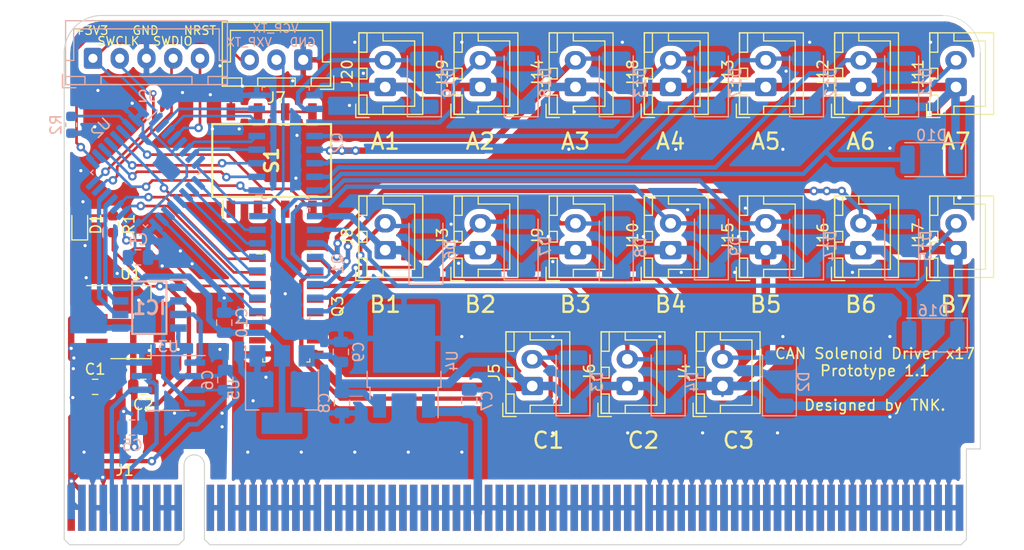
<source format=kicad_pcb>
(kicad_pcb (version 20171130) (host pcbnew "(5.1.5)-3")
  (layers (0 F.Cu signal) (31 B.Cu signal) (34 B.Paste user) (35 F.Paste user) (36 B.SilkS user) (37 F.SilkS user) (38 B.Mask user) (39 F.Mask user) (44 Edge.Cuts user))
  (net 0 "")
  (net 1 GND)
  (net 2 +5V)
  (net 3 +3V3)
  (net 4 GNDPWR)
  (net 5 NRST)
  (net 6 "Net-(D1-Pad2)")
  (net 7 CAN_RD)
  (net 8 CAN_TD)
  (net 9 CAN_TXD)
  (net 10 CAN_RXD)
  (net 11 VCP_RX)
  (net 12 VCP_TX)
  (net 13 /SWDIO)
  (net 14 /SWCLK)
  (net 15 Solenoid_A2)
  (net 16 +12V)
  (net 17 Solenoid_C1)
  (net 18 Solenoid_C2)
  (net 19 Solenoid_C3)
  (net 20 Solenoid_A1)
  (net 21 Solenoid_A3)
  (net 22 Solenoid_A4)
  (net 23 Solenoid_B1)
  (net 24 Solenoid_B2)
  (net 25 Solenoid_B3)
  (net 26 Solenoid_B4)
  (net 27 Solenoid_A5)
  (net 28 Solenoid_A6)
  (net 29 Solenoid_A7)
  (net 30 Solenoid_B5)
  (net 31 Solenoid_B6)
  (net 32 Solenoid_B7)
  (net 33 VCC)
  (net 34 CAN+)
  (net 35 CAN-)
  (net 36 IC_A7)
  (net 37 IC_A6)
  (net 38 IC_A5)
  (net 39 IC_A4)
  (net 40 IC_A3)
  (net 41 IC_A2)
  (net 42 IC_A1)
  (net 43 IC_B7)
  (net 44 IC_B6)
  (net 45 IC_B5)
  (net 46 IC_B4)
  (net 47 IC_B3)
  (net 48 IC_B2)
  (net 49 IC_B1)
  (net 50 IC_C3)
  (net 51 IC_C2)
  (net 52 IC_C1)
  (net 53 /BOOT)
  (net 54 DIP_SW_2)
  (net 55 DIP_SW_1)
  (net 56 3.3V)
  (net 57 "Net-(J1-PadB3)")
  (net 58 "Net-(J1-PadB4)")
  (net 59 "Net-(J1-PadB5)")
  (net 60 "Net-(J1-PadA5)")
  (net 61 "Net-(J1-PadB6)")
  (net 62 "Net-(J1-PadA6)")
  (net 63 "Net-(J1-PadB7)")
  (net 64 "Net-(J1-PadA7)")
  (net 65 "Net-(J1-PadB9)")
  (net 66 "Net-(Q3-Pad13)")
  (net 67 "Net-(Q3-Pad12)")
  (net 68 "Net-(Q3-Pad11)")
  (net 69 "Net-(Q3-Pad10)")
  (net 70 "Net-(Q3-Pad7)")
  (net 71 "Net-(Q3-Pad6)")
  (net 72 "Net-(Q3-Pad5)")
  (net 73 "Net-(Q3-Pad4)")
  (net 74 "Net-(S1-Pad2)")
  (net 75 "Net-(S1-Pad1)")
  (module PCIe:BUS_mechaken_PCIexpress_x16 (layer F.Cu) (at 151 146)
    (fp_text reference J1 (at 5 -3.5) (layer F.SilkS))
    (fp_text value Bus_mechaken_PCIexpress_x16_164_Position)
    (fp_arc (start 11.5 -4) (end 12.45 -4) (angle -180) (layer Edge.Cuts) (width 0.1))
    (fp_line (start 83.65 2.95) (end 83.15 3.45) (layer Edge.Cuts) (width 0.1))
    (fp_line (start 12.45 2.95) (end 12.95 3.45) (layer Edge.Cuts) (width 0.1))
    (fp_line (start 10.55 2.95) (end 10.05 3.45) (layer Edge.Cuts) (width 0.1))
    (fp_line (start -0.65 2.95) (end -0.15 3.45) (layer Edge.Cuts) (width 0.1))
    (fp_line (start 12.95 3.45) (end 83.15 3.45) (layer Edge.Cuts) (width 0.1))
    (fp_line (start 83.65 -4.95) (end 83.65 2.95) (layer Edge.Cuts) (width 0.1))
    (fp_line (start -0.15 3.45) (end 10.05 3.45) (layer Edge.Cuts) (width 0.1))
    (fp_line (start -0.65 -4.95) (end -0.65 2.95) (layer Edge.Cuts) (width 0.1))
    (fp_line (start 12.45 -4) (end 12.45 2.95) (layer Edge.Cuts) (width 0.1))
    (fp_line (start 10.55 -4) (end 10.55 2.95) (layer Edge.Cuts) (width 0.1))
    (pad A10 connect rect (at 83 0) (size 0.7 4.3) (layers B.Cu B.Mask) (net 4 GNDPWR))
    (pad A10 connect rect (at 82 0) (size 0.7 4.3) (layers B.Cu B.Mask) (net 4 GNDPWR))
    (pad A10 connect rect (at 81 0) (size 0.7 4.3) (layers B.Cu B.Mask) (net 4 GNDPWR))
    (pad A10 connect rect (at 80 0) (size 0.7 4.3) (layers B.Cu B.Mask) (net 4 GNDPWR))
    (pad A10 connect rect (at 79 0) (size 0.7 4.3) (layers B.Cu B.Mask) (net 4 GNDPWR))
    (pad A10 connect rect (at 78 0) (size 0.7 4.3) (layers B.Cu B.Mask) (net 4 GNDPWR))
    (pad A10 connect rect (at 77 0) (size 0.7 4.3) (layers B.Cu B.Mask) (net 4 GNDPWR))
    (pad A10 connect rect (at 76 0) (size 0.7 4.3) (layers B.Cu B.Mask) (net 4 GNDPWR))
    (pad A10 connect rect (at 75 0) (size 0.7 4.3) (layers B.Cu B.Mask) (net 4 GNDPWR))
    (pad A10 connect rect (at 74 0) (size 0.7 4.3) (layers B.Cu B.Mask) (net 4 GNDPWR))
    (pad A10 connect rect (at 73 0) (size 0.7 4.3) (layers B.Cu B.Mask) (net 4 GNDPWR))
    (pad A10 connect rect (at 72 0) (size 0.7 4.3) (layers B.Cu B.Mask) (net 4 GNDPWR))
    (pad A10 connect rect (at 71 0) (size 0.7 4.3) (layers B.Cu B.Mask) (net 4 GNDPWR))
    (pad A10 connect rect (at 70 0) (size 0.7 4.3) (layers B.Cu B.Mask) (net 4 GNDPWR))
    (pad A10 connect rect (at 69 0) (size 0.7 4.3) (layers B.Cu B.Mask) (net 4 GNDPWR))
    (pad A10 connect rect (at 68 0) (size 0.7 4.3) (layers B.Cu B.Mask) (net 4 GNDPWR))
    (pad A10 connect rect (at 67 0) (size 0.7 4.3) (layers B.Cu B.Mask) (net 4 GNDPWR))
    (pad A10 connect rect (at 66 0) (size 0.7 4.3) (layers B.Cu B.Mask) (net 4 GNDPWR))
    (pad A10 connect rect (at 65 0) (size 0.7 4.3) (layers B.Cu B.Mask) (net 4 GNDPWR))
    (pad A10 connect rect (at 64 0) (size 0.7 4.3) (layers B.Cu B.Mask) (net 4 GNDPWR))
    (pad A10 connect rect (at 63 0) (size 0.7 4.3) (layers B.Cu B.Mask) (net 4 GNDPWR))
    (pad A10 connect rect (at 62 0) (size 0.7 4.3) (layers B.Cu B.Mask) (net 4 GNDPWR))
    (pad A10 connect rect (at 61 0) (size 0.7 4.3) (layers B.Cu B.Mask) (net 4 GNDPWR))
    (pad A10 connect rect (at 60 0) (size 0.7 4.3) (layers B.Cu B.Mask) (net 4 GNDPWR))
    (pad A10 connect rect (at 59 0) (size 0.7 4.3) (layers B.Cu B.Mask) (net 4 GNDPWR))
    (pad A10 connect rect (at 58 0) (size 0.7 4.3) (layers B.Cu B.Mask) (net 4 GNDPWR))
    (pad A10 connect rect (at 57 0) (size 0.7 4.3) (layers B.Cu B.Mask) (net 4 GNDPWR))
    (pad A10 connect rect (at 56 0) (size 0.7 4.3) (layers B.Cu B.Mask) (net 4 GNDPWR))
    (pad A10 connect rect (at 55 0) (size 0.7 4.3) (layers B.Cu B.Mask) (net 4 GNDPWR))
    (pad A10 connect rect (at 54 0) (size 0.7 4.3) (layers B.Cu B.Mask) (net 4 GNDPWR))
    (pad A9 connect rect (at 53 0) (size 0.7 4.3) (layers B.Cu B.Mask) (net 33 VCC))
    (pad A9 connect rect (at 52 0) (size 0.7 4.3) (layers B.Cu B.Mask) (net 33 VCC))
    (pad A9 connect rect (at 51 0) (size 0.7 4.3) (layers B.Cu B.Mask) (net 33 VCC))
    (pad B10 connect rect (at 83 0) (size 0.7 4.3) (layers F.Cu F.Mask) (net 4 GNDPWR))
    (pad B10 connect rect (at 82 -0.55) (size 0.7 3.2) (layers F.Cu F.Mask) (net 4 GNDPWR))
    (pad B10 connect rect (at 81 0) (size 0.7 4.3) (layers F.Cu F.Mask) (net 4 GNDPWR))
    (pad B10 connect rect (at 80 0) (size 0.7 4.3) (layers F.Cu F.Mask) (net 4 GNDPWR))
    (pad B10 connect rect (at 79 0) (size 0.7 4.3) (layers F.Cu F.Mask) (net 4 GNDPWR))
    (pad B10 connect rect (at 78 0) (size 0.7 4.3) (layers F.Cu F.Mask) (net 4 GNDPWR))
    (pad B10 connect rect (at 77 0) (size 0.7 4.3) (layers F.Cu F.Mask) (net 4 GNDPWR))
    (pad B10 connect rect (at 76 0) (size 0.7 4.3) (layers F.Cu F.Mask) (net 4 GNDPWR))
    (pad B10 connect rect (at 75 0) (size 0.7 4.3) (layers F.Cu F.Mask) (net 4 GNDPWR))
    (pad B10 connect rect (at 74 0) (size 0.7 4.3) (layers F.Cu F.Mask) (net 4 GNDPWR))
    (pad B10 connect rect (at 73 0) (size 0.7 4.3) (layers F.Cu F.Mask) (net 4 GNDPWR))
    (pad B10 connect rect (at 72 0) (size 0.7 4.3) (layers F.Cu F.Mask) (net 4 GNDPWR))
    (pad B10 connect rect (at 71 0) (size 0.7 4.3) (layers F.Cu F.Mask) (net 4 GNDPWR))
    (pad B10 connect rect (at 70 0) (size 0.7 4.3) (layers F.Cu F.Mask) (net 4 GNDPWR))
    (pad B10 connect rect (at 69 0) (size 0.7 4.3) (layers F.Cu F.Mask) (net 4 GNDPWR))
    (pad B10 connect rect (at 68 0) (size 0.7 4.3) (layers F.Cu F.Mask) (net 4 GNDPWR))
    (pad B10 connect rect (at 67 0) (size 0.7 4.3) (layers F.Cu F.Mask) (net 4 GNDPWR))
    (pad B10 connect rect (at 66 0) (size 0.7 4.3) (layers F.Cu F.Mask) (net 4 GNDPWR))
    (pad B10 connect rect (at 65 0) (size 0.7 4.3) (layers F.Cu F.Mask) (net 4 GNDPWR))
    (pad B10 connect rect (at 64 0) (size 0.7 4.3) (layers F.Cu F.Mask) (net 4 GNDPWR))
    (pad B10 connect rect (at 63 0) (size 0.7 4.3) (layers F.Cu F.Mask) (net 4 GNDPWR))
    (pad B10 connect rect (at 62 0) (size 0.7 4.3) (layers F.Cu F.Mask) (net 4 GNDPWR))
    (pad B10 connect rect (at 61 0) (size 0.7 4.3) (layers F.Cu F.Mask) (net 4 GNDPWR))
    (pad B10 connect rect (at 60 0) (size 0.7 4.3) (layers F.Cu F.Mask) (net 4 GNDPWR))
    (pad B10 connect rect (at 59 0) (size 0.7 4.3) (layers F.Cu F.Mask) (net 4 GNDPWR))
    (pad B10 connect rect (at 58 0) (size 0.7 4.3) (layers F.Cu F.Mask) (net 4 GNDPWR))
    (pad B10 connect rect (at 57 0) (size 0.7 4.3) (layers F.Cu F.Mask) (net 4 GNDPWR))
    (pad B10 connect rect (at 56 0) (size 0.7 4.3) (layers F.Cu F.Mask) (net 4 GNDPWR))
    (pad B10 connect rect (at 55 0) (size 0.7 4.3) (layers F.Cu F.Mask) (net 4 GNDPWR))
    (pad B10 connect rect (at 54 0) (size 0.7 4.3) (layers F.Cu F.Mask) (net 4 GNDPWR))
    (pad B9 connect rect (at 53 0) (size 0.7 4.3) (layers F.Cu F.Mask) (net 65 "Net-(J1-PadB9)"))
    (pad B9 connect rect (at 52 0) (size 0.7 4.3) (layers F.Cu F.Mask) (net 65 "Net-(J1-PadB9)"))
    (pad B9 connect rect (at 51 0) (size 0.7 4.3) (layers F.Cu F.Mask) (net 65 "Net-(J1-PadB9)"))
    (pad A9 connect rect (at 50 0) (size 0.7 4.3) (layers B.Cu B.Mask) (net 33 VCC))
    (pad A9 connect rect (at 49 0) (size 0.7 4.3) (layers B.Cu B.Mask) (net 33 VCC))
    (pad A9 connect rect (at 48 0) (size 0.7 4.3) (layers B.Cu B.Mask) (net 33 VCC))
    (pad A9 connect rect (at 47 0) (size 0.7 4.3) (layers B.Cu B.Mask) (net 33 VCC))
    (pad A9 connect rect (at 46 0) (size 0.7 4.3) (layers B.Cu B.Mask) (net 33 VCC))
    (pad A9 connect rect (at 45 0) (size 0.7 4.3) (layers B.Cu B.Mask) (net 33 VCC))
    (pad A9 connect rect (at 44 0) (size 0.7 4.3) (layers B.Cu B.Mask) (net 33 VCC))
    (pad A9 connect rect (at 43 0) (size 0.7 4.3) (layers B.Cu B.Mask) (net 33 VCC))
    (pad A7 connect rect (at 14 0) (size 0.7 4.3) (layers B.Cu B.Mask) (net 64 "Net-(J1-PadA7)"))
    (pad A7 connect rect (at 13 0) (size 0.7 4.3) (layers B.Cu B.Mask) (net 64 "Net-(J1-PadA7)"))
    (pad A8 connect rect (at 19 0) (size 0.7 4.3) (layers B.Cu B.Mask) (net 4 GNDPWR))
    (pad A8 connect rect (at 18 0) (size 0.7 4.3) (layers B.Cu B.Mask) (net 4 GNDPWR))
    (pad A8 connect rect (at 17 0) (size 0.7 4.3) (layers B.Cu B.Mask) (net 4 GNDPWR))
    (pad A8 connect rect (at 16 0) (size 0.7 4.3) (layers B.Cu B.Mask) (net 4 GNDPWR))
    (pad A8 connect rect (at 15 0) (size 0.7 4.3) (layers B.Cu B.Mask) (net 4 GNDPWR))
    (pad A6 connect rect (at 10 0) (size 0.7 4.3) (layers B.Cu B.Mask) (net 62 "Net-(J1-PadA6)"))
    (pad A6 connect rect (at 9 0) (size 0.7 4.3) (layers B.Cu B.Mask) (net 62 "Net-(J1-PadA6)"))
    (pad A6 connect rect (at 8 0) (size 0.7 4.3) (layers B.Cu B.Mask) (net 62 "Net-(J1-PadA6)"))
    (pad A5 connect rect (at 7 0) (size 0.7 4.3) (layers B.Cu B.Mask) (net 60 "Net-(J1-PadA5)"))
    (pad A5 connect rect (at 6 0) (size 0.7 4.3) (layers B.Cu B.Mask) (net 60 "Net-(J1-PadA5)"))
    (pad A4 connect rect (at 5 0) (size 0.7 4.3) (layers B.Cu B.Mask) (net 34 CAN+))
    (pad A3 connect rect (at 4 0) (size 0.7 4.3) (layers B.Cu B.Mask) (net 35 CAN-))
    (pad A2 connect rect (at 3 0) (size 0.7 4.3) (layers B.Cu B.Mask) (net 1 GND))
    (pad A2 connect rect (at 2 0) (size 0.7 4.3) (layers B.Cu B.Mask) (net 1 GND))
    (pad A1 connect rect (at 1 0) (size 0.7 4.3) (layers B.Cu B.Mask) (net 2 +5V))
    (pad A1 connect rect (at 0 -0.55) (size 0.7 3.2) (layers B.Cu B.Mask) (net 2 +5V))
    (pad B7 connect rect (at 14 0) (size 0.7 4.3) (layers F.Cu F.Mask) (net 63 "Net-(J1-PadB7)"))
    (pad B7 connect rect (at 13 0) (size 0.7 4.3) (layers F.Cu F.Mask) (net 63 "Net-(J1-PadB7)"))
    (pad B8 connect rect (at 19 0) (size 0.7 4.3) (layers F.Cu F.Mask) (net 4 GNDPWR))
    (pad B8 connect rect (at 18 0) (size 0.7 4.3) (layers F.Cu F.Mask) (net 4 GNDPWR))
    (pad B8 connect rect (at 17 0) (size 0.7 4.3) (layers F.Cu F.Mask) (net 4 GNDPWR))
    (pad B8 connect rect (at 16 0) (size 0.7 4.3) (layers F.Cu F.Mask) (net 4 GNDPWR))
    (pad B8 connect rect (at 15 0) (size 0.7 4.3) (layers F.Cu F.Mask) (net 4 GNDPWR))
    (pad B6 connect rect (at 10 0) (size 0.7 4.3) (layers F.Cu F.Mask) (net 61 "Net-(J1-PadB6)"))
    (pad B6 connect rect (at 9 0) (size 0.7 4.3) (layers F.Cu F.Mask) (net 61 "Net-(J1-PadB6)"))
    (pad B6 connect rect (at 8 0) (size 0.7 4.3) (layers F.Cu F.Mask) (net 61 "Net-(J1-PadB6)"))
    (pad B5 connect rect (at 7 0) (size 0.7 4.3) (layers F.Cu F.Mask) (net 59 "Net-(J1-PadB5)"))
    (pad B5 connect rect (at 6 0) (size 0.7 4.3) (layers F.Cu F.Mask) (net 59 "Net-(J1-PadB5)"))
    (pad B4 connect rect (at 5 0) (size 0.7 4.3) (layers F.Cu F.Mask) (net 58 "Net-(J1-PadB4)"))
    (pad B3 connect rect (at 4 0) (size 0.7 4.3) (layers F.Cu F.Mask) (net 57 "Net-(J1-PadB3)"))
    (pad B2 connect rect (at 3 0) (size 0.7 4.3) (layers F.Cu F.Mask) (net 1 GND))
    (pad B2 connect rect (at 2 0) (size 0.7 4.3) (layers F.Cu F.Mask) (net 1 GND))
    (pad B1 connect rect (at 1 0) (size 0.7 4.3) (layers F.Cu F.Mask) (net 2 +5V))
    (pad B1 connect rect (at 0 0) (size 0.7 4.3) (layers F.Cu F.Mask) (net 2 +5V))
    (pad B8 connect rect (at 20 0) (size 0.7 4.3) (layers F.Cu F.Mask) (net 4 GNDPWR))
    (pad B8 connect rect (at 21 0) (size 0.7 4.3) (layers F.Cu F.Mask) (net 4 GNDPWR))
    (pad B8 connect rect (at 22 0) (size 0.7 4.3) (layers F.Cu F.Mask) (net 4 GNDPWR))
    (pad B8 connect rect (at 23 0) (size 0.7 4.3) (layers F.Cu F.Mask) (net 4 GNDPWR))
    (pad B9 connect rect (at 24 0) (size 0.7 4.3) (layers F.Cu F.Mask) (net 65 "Net-(J1-PadB9)"))
    (pad B9 connect rect (at 25 0) (size 0.7 4.3) (layers F.Cu F.Mask) (net 65 "Net-(J1-PadB9)"))
    (pad B9 connect rect (at 26 0) (size 0.7 4.3) (layers F.Cu F.Mask) (net 65 "Net-(J1-PadB9)"))
    (pad B9 connect rect (at 27 0) (size 0.7 4.3) (layers F.Cu F.Mask) (net 65 "Net-(J1-PadB9)"))
    (pad B9 connect rect (at 28 0) (size 0.7 4.3) (layers F.Cu F.Mask) (net 65 "Net-(J1-PadB9)"))
    (pad B9 connect rect (at 29 0) (size 0.7 4.3) (layers F.Cu F.Mask) (net 65 "Net-(J1-PadB9)"))
    (pad B9 connect rect (at 30 0) (size 0.7 4.3) (layers F.Cu F.Mask) (net 65 "Net-(J1-PadB9)"))
    (pad B9 connect rect (at 31 0) (size 0.7 4.3) (layers F.Cu F.Mask) (net 65 "Net-(J1-PadB9)"))
    (pad B9 connect rect (at 32 0) (size 0.7 4.3) (layers F.Cu F.Mask) (net 65 "Net-(J1-PadB9)"))
    (pad B9 connect rect (at 33 0) (size 0.7 4.3) (layers F.Cu F.Mask) (net 65 "Net-(J1-PadB9)"))
    (pad A8 connect rect (at 20 0) (size 0.7 4.3) (layers B.Cu B.Mask) (net 4 GNDPWR))
    (pad A8 connect rect (at 21 0) (size 0.7 4.3) (layers B.Cu B.Mask) (net 4 GNDPWR))
    (pad A8 connect rect (at 22 0) (size 0.7 4.3) (layers B.Cu B.Mask) (net 4 GNDPWR))
    (pad A8 connect rect (at 23 0) (size 0.7 4.3) (layers B.Cu B.Mask) (net 4 GNDPWR))
    (pad A9 connect rect (at 24 0) (size 0.7 4.3) (layers B.Cu B.Mask) (net 33 VCC))
    (pad A9 connect rect (at 25 0) (size 0.7 4.3) (layers B.Cu B.Mask) (net 33 VCC))
    (pad A9 connect rect (at 26 0) (size 0.7 4.3) (layers B.Cu B.Mask) (net 33 VCC))
    (pad A9 connect rect (at 27 0) (size 0.7 4.3) (layers B.Cu B.Mask) (net 33 VCC))
    (pad A9 connect rect (at 28 0) (size 0.7 4.3) (layers B.Cu B.Mask) (net 33 VCC))
    (pad A9 connect rect (at 29 0) (size 0.7 4.3) (layers B.Cu B.Mask) (net 33 VCC))
    (pad A9 connect rect (at 30 0) (size 0.7 4.3) (layers B.Cu B.Mask) (net 33 VCC))
    (pad A9 connect rect (at 31 0) (size 0.7 4.3) (layers B.Cu B.Mask) (net 33 VCC))
    (pad A9 connect rect (at 32 0) (size 0.7 4.3) (layers B.Cu B.Mask) (net 33 VCC))
    (pad A9 connect rect (at 33 0) (size 0.7 4.3) (layers B.Cu B.Mask) (net 33 VCC))
    (pad B9 connect rect (at 34 0) (size 0.7 4.3) (layers F.Cu F.Mask) (net 65 "Net-(J1-PadB9)"))
    (pad B9 connect rect (at 35 0) (size 0.7 4.3) (layers F.Cu F.Mask) (net 65 "Net-(J1-PadB9)"))
    (pad B9 connect rect (at 36 0) (size 0.7 4.3) (layers F.Cu F.Mask) (net 65 "Net-(J1-PadB9)"))
    (pad B9 connect rect (at 37 0) (size 0.7 4.3) (layers F.Cu F.Mask) (net 65 "Net-(J1-PadB9)"))
    (pad B9 connect rect (at 38 0) (size 0.7 4.3) (layers F.Cu F.Mask) (net 65 "Net-(J1-PadB9)"))
    (pad B9 connect rect (at 39 0) (size 0.7 4.3) (layers F.Cu F.Mask) (net 65 "Net-(J1-PadB9)"))
    (pad B9 connect rect (at 40 0) (size 0.7 4.3) (layers F.Cu F.Mask) (net 65 "Net-(J1-PadB9)"))
    (pad B9 connect rect (at 41 0) (size 0.7 4.3) (layers F.Cu F.Mask) (net 65 "Net-(J1-PadB9)"))
    (pad B9 connect rect (at 42 0) (size 0.7 4.3) (layers F.Cu F.Mask) (net 65 "Net-(J1-PadB9)"))
    (pad B9 connect rect (at 43 0) (size 0.7 4.3) (layers F.Cu F.Mask) (net 65 "Net-(J1-PadB9)"))
    (pad B9 connect rect (at 44 0) (size 0.7 4.3) (layers F.Cu F.Mask) (net 65 "Net-(J1-PadB9)"))
    (pad B9 connect rect (at 45 0) (size 0.7 4.3) (layers F.Cu F.Mask) (net 65 "Net-(J1-PadB9)"))
    (pad B9 connect rect (at 46 0) (size 0.7 4.3) (layers F.Cu F.Mask) (net 65 "Net-(J1-PadB9)"))
    (pad B9 connect rect (at 47 0) (size 0.7 4.3) (layers F.Cu F.Mask) (net 65 "Net-(J1-PadB9)"))
    (pad B9 connect rect (at 48 0) (size 0.7 4.3) (layers F.Cu F.Mask) (net 65 "Net-(J1-PadB9)"))
    (pad B9 connect rect (at 49 0) (size 0.7 4.3) (layers F.Cu F.Mask) (net 65 "Net-(J1-PadB9)"))
    (pad B9 connect rect (at 50 0) (size 0.7 4.3) (layers F.Cu F.Mask) (net 65 "Net-(J1-PadB9)"))
    (pad A9 connect rect (at 34 0) (size 0.7 4.3) (layers B.Cu B.Mask) (net 33 VCC))
    (pad A9 connect rect (at 35 0) (size 0.7 4.3) (layers B.Cu B.Mask) (net 33 VCC))
    (pad A9 connect rect (at 36 0) (size 0.7 4.3) (layers B.Cu B.Mask) (net 33 VCC))
    (pad A9 connect rect (at 37 0) (size 0.7 4.3) (layers B.Cu B.Mask) (net 33 VCC))
    (pad A9 connect rect (at 38 0) (size 0.7 4.3) (layers B.Cu B.Mask) (net 33 VCC))
    (pad A9 connect rect (at 39 0) (size 0.7 4.3) (layers B.Cu B.Mask) (net 33 VCC))
    (pad A9 connect rect (at 40 0) (size 0.7 4.3) (layers B.Cu B.Mask) (net 33 VCC))
    (pad A9 connect rect (at 41 0) (size 0.7 4.3) (layers B.Cu B.Mask) (net 33 VCC))
    (pad A9 connect rect (at 42 0) (size 0.7 4.3) (layers B.Cu B.Mask) (net 33 VCC))
  )
  (module Connector_JST:JST_XH_B3B-XH-A_1x03_P2.50mm_Vertical (layer F.Cu) (at 172.68 104.14 180)
    (fp_text reference J7 (at 2.5 -3.55) (layer F.SilkS))
    (fp_text value Conn_01x03)
    (pad 3 thru_hole oval (at 5 0 180) (size 1.7 1.95) (drill 0.95) (layers *.Cu *.Mask) (net 11 VCP_RX))
    (pad 2 thru_hole oval (at 2.5 0 180) (size 1.7 1.95) (drill 0.95) (layers *.Cu *.Mask) (net 12 VCP_TX))
    (pad 1 thru_hole roundrect (at 0 0 180) (size 1.7 1.95) (drill 0.95) (layers *.Cu *.Mask) (roundrect_rratio 0.147059) (net 4 GNDPWR))
  )
  (module Package_TO_SOT_SMD:SOT-223-3_TabPin2 (layer F.Cu) (at 156.55 128.65)
    (fp_text reference U1 (at 0 -4.5) (layer F.SilkS))
    (fp_text value LDL1117S33R)
    (pad 1 smd rect (at -3.15 -2.3) (size 2 1.5) (layers F.Cu F.Paste F.Mask) (net 1 GND))
    (pad 3 smd rect (at -3.15 2.3) (size 2 1.5) (layers F.Cu F.Paste F.Mask) (net 2 +5V))
    (pad 2 smd rect (at -3.15 0) (size 2 1.5) (layers F.Cu F.Paste F.Mask) (net 3 +3V3))
    (pad 2 smd rect (at 3.15 0) (size 2 3.8) (layers F.Cu F.Paste F.Mask) (net 3 +3V3))
  )
  (module Diode_SMD:D_2010_5025Metric (layer B.Cu) (at 184 106.278 90)
    (fp_text reference D19 (at 0 2.28 90) (layer B.SilkS) (effects (justify mirror)))
    (fp_text value D)
    (pad 2 smd roundrect (at 2.25 0 90) (size 1.35 2.65) (layers B.Cu B.Paste B.Mask) (roundrect_rratio 0.185185) (net 32 Solenoid_B7))
    (pad 1 smd roundrect (at -2.25 0 90) (size 1.35 2.65) (layers B.Cu B.Paste B.Mask) (roundrect_rratio 0.185185) (net 16 +12V))
  )
  (module Diode_SMD:D_2010_5025Metric (layer B.Cu) (at 193.04 106.278 90)
    (fp_text reference D18 (at 0 2.28 90) (layer B.SilkS) (effects (justify mirror)))
    (fp_text value D)
    (pad 2 smd roundrect (at 2.25 0 90) (size 1.35 2.65) (layers B.Cu B.Paste B.Mask) (roundrect_rratio 0.185185) (net 31 Solenoid_B6))
    (pad 1 smd roundrect (at -2.25 0 90) (size 1.35 2.65) (layers B.Cu B.Paste B.Mask) (roundrect_rratio 0.185185) (net 16 +12V))
  )
  (module Diode_SMD:D_2010_5025Metric (layer B.Cu) (at 210.82 106.278 90)
    (fp_text reference D17 (at 0 2.28 90) (layer B.SilkS) (effects (justify mirror)))
    (fp_text value D)
    (pad 2 smd roundrect (at 2.25 0 90) (size 1.35 2.65) (layers B.Cu B.Paste B.Mask) (roundrect_rratio 0.185185) (net 30 Solenoid_B5))
    (pad 1 smd roundrect (at -2.25 0 90) (size 1.35 2.65) (layers B.Cu B.Paste B.Mask) (roundrect_rratio 0.185185) (net 16 +12V))
  )
  (module Diode_SMD:D_2010_5025Metric (layer B.Cu) (at 231.55 129.86 180)
    (fp_text reference D16 (at 0 2.28) (layer B.SilkS) (effects (justify mirror)))
    (fp_text value D)
    (pad 2 smd roundrect (at 2.25 0 180) (size 1.35 2.65) (layers B.Cu B.Paste B.Mask) (roundrect_rratio 0.185185) (net 29 Solenoid_A7))
    (pad 1 smd roundrect (at -2.25 0 180) (size 1.35 2.65) (layers B.Cu B.Paste B.Mask) (roundrect_rratio 0.185185) (net 16 +12V))
  )
  (module Diode_SMD:D_2010_5025Metric (layer B.Cu) (at 228.6 121.518 90)
    (fp_text reference D15 (at 0 2.28 90) (layer B.SilkS) (effects (justify mirror)))
    (fp_text value D)
    (pad 2 smd roundrect (at 2.25 0 90) (size 1.35 2.65) (layers B.Cu B.Paste B.Mask) (roundrect_rratio 0.185185) (net 28 Solenoid_A6))
    (pad 1 smd roundrect (at -2.25 0 90) (size 1.35 2.65) (layers B.Cu B.Paste B.Mask) (roundrect_rratio 0.185185) (net 16 +12V))
  )
  (module Diode_SMD:D_2010_5025Metric (layer B.Cu) (at 219.71 121.518 90)
    (fp_text reference D14 (at 0 2.28 90) (layer B.SilkS) (effects (justify mirror)))
    (fp_text value D)
    (pad 2 smd roundrect (at 2.25 0 90) (size 1.35 2.65) (layers B.Cu B.Paste B.Mask) (roundrect_rratio 0.185185) (net 27 Solenoid_A5))
    (pad 1 smd roundrect (at -2.25 0 90) (size 1.35 2.65) (layers B.Cu B.Paste B.Mask) (roundrect_rratio 0.185185) (net 16 +12V))
  )
  (module Diode_SMD:D_2010_5025Metric (layer B.Cu) (at 201.93 106.278 90)
    (fp_text reference D13 (at 0 2.28 90) (layer B.SilkS) (effects (justify mirror)))
    (fp_text value D)
    (pad 2 smd roundrect (at 2.25 0 90) (size 1.35 2.65) (layers B.Cu B.Paste B.Mask) (roundrect_rratio 0.185185) (net 26 Solenoid_B4))
    (pad 1 smd roundrect (at -2.25 0 90) (size 1.35 2.65) (layers B.Cu B.Paste B.Mask) (roundrect_rratio 0.185185) (net 16 +12V))
  )
  (module Diode_SMD:D_2010_5025Metric (layer B.Cu) (at 219.71 106.278 90)
    (fp_text reference D12 (at 0 2.28 90) (layer B.SilkS) (effects (justify mirror)))
    (fp_text value D)
    (pad 2 smd roundrect (at 2.25 0 90) (size 1.35 2.65) (layers B.Cu B.Paste B.Mask) (roundrect_rratio 0.185185) (net 25 Solenoid_B3))
    (pad 1 smd roundrect (at -2.25 0 90) (size 1.35 2.65) (layers B.Cu B.Paste B.Mask) (roundrect_rratio 0.185185) (net 16 +12V))
  )
  (module Diode_SMD:D_2010_5025Metric (layer B.Cu) (at 228.6 106.278 90)
    (fp_text reference D11 (at 0 2.28 90) (layer B.SilkS) (effects (justify mirror)))
    (fp_text value D)
    (pad 2 smd roundrect (at 2.25 0 90) (size 1.35 2.65) (layers B.Cu B.Paste B.Mask) (roundrect_rratio 0.185185) (net 24 Solenoid_B2))
    (pad 1 smd roundrect (at -2.25 0 90) (size 1.35 2.65) (layers B.Cu B.Paste B.Mask) (roundrect_rratio 0.185185) (net 16 +12V))
  )
  (module Diode_SMD:D_2010_5025Metric (layer B.Cu) (at 231.39 113.47 180)
    (fp_text reference D10 (at 0 2.28) (layer B.SilkS) (effects (justify mirror)))
    (fp_text value D)
    (pad 2 smd roundrect (at 2.25 0 180) (size 1.35 2.65) (layers B.Cu B.Paste B.Mask) (roundrect_rratio 0.185185) (net 23 Solenoid_B1))
    (pad 1 smd roundrect (at -2.25 0 180) (size 1.35 2.65) (layers B.Cu B.Paste B.Mask) (roundrect_rratio 0.185185) (net 16 +12V))
  )
  (module Diode_SMD:D_2010_5025Metric (layer B.Cu) (at 210.82 121.518 90)
    (fp_text reference D9 (at 0 2.28 90) (layer B.SilkS) (effects (justify mirror)))
    (fp_text value D)
    (pad 2 smd roundrect (at 2.25 0 90) (size 1.35 2.65) (layers B.Cu B.Paste B.Mask) (roundrect_rratio 0.185185) (net 22 Solenoid_A4))
    (pad 1 smd roundrect (at -2.25 0 90) (size 1.35 2.65) (layers B.Cu B.Paste B.Mask) (roundrect_rratio 0.185185) (net 16 +12V))
  )
  (module Diode_SMD:D_2010_5025Metric (layer B.Cu) (at 201.93 121.688 90)
    (fp_text reference D8 (at 0 2.28 90) (layer B.SilkS) (effects (justify mirror)))
    (fp_text value D)
    (pad 2 smd roundrect (at 2.25 0 90) (size 1.35 2.65) (layers B.Cu B.Paste B.Mask) (roundrect_rratio 0.185185) (net 21 Solenoid_A3))
    (pad 1 smd roundrect (at -2.25 0 90) (size 1.35 2.65) (layers B.Cu B.Paste B.Mask) (roundrect_rratio 0.185185) (net 16 +12V))
  )
  (module Diode_SMD:D_2010_5025Metric (layer B.Cu) (at 193.04 121.518 90)
    (fp_text reference D7 (at 0 2.28 90) (layer B.SilkS) (effects (justify mirror)))
    (fp_text value D)
    (pad 2 smd roundrect (at 2.25 0 90) (size 1.35 2.65) (layers B.Cu B.Paste B.Mask) (roundrect_rratio 0.185185) (net 15 Solenoid_A2))
    (pad 1 smd roundrect (at -2.25 0 90) (size 1.35 2.65) (layers B.Cu B.Paste B.Mask) (roundrect_rratio 0.185185) (net 16 +12V))
  )
  (module Diode_SMD:D_2010_5025Metric (layer B.Cu) (at 184.15 121.92 90)
    (fp_text reference D6 (at 0 2.28 90) (layer B.SilkS) (effects (justify mirror)))
    (fp_text value D)
    (pad 2 smd roundrect (at 2.25 0 90) (size 1.35 2.65) (layers B.Cu B.Paste B.Mask) (roundrect_rratio 0.185185) (net 20 Solenoid_A1))
    (pad 1 smd roundrect (at -2.25 0 90) (size 1.35 2.65) (layers B.Cu B.Paste B.Mask) (roundrect_rratio 0.185185) (net 16 +12V))
  )
  (module Diode_SMD:D_2010_5025Metric (layer B.Cu) (at 206.78 134.218 90)
    (fp_text reference D4 (at 0 2.28 90) (layer B.SilkS) (effects (justify mirror)))
    (fp_text value D)
    (pad 2 smd roundrect (at 2.25 0 90) (size 1.35 2.65) (layers B.Cu B.Paste B.Mask) (roundrect_rratio 0.185185) (net 19 Solenoid_C3))
    (pad 1 smd roundrect (at -2.25 0 90) (size 1.35 2.65) (layers B.Cu B.Paste B.Mask) (roundrect_rratio 0.185185) (net 16 +12V))
  )
  (module Diode_SMD:D_2010_5025Metric (layer B.Cu) (at 197.89 134.218 90)
    (fp_text reference D3 (at 0 2.28 90) (layer B.SilkS) (effects (justify mirror)))
    (fp_text value D)
    (pad 2 smd roundrect (at 2.25 0 90) (size 1.35 2.65) (layers B.Cu B.Paste B.Mask) (roundrect_rratio 0.185185) (net 18 Solenoid_C2))
    (pad 1 smd roundrect (at -2.25 0 90) (size 1.35 2.65) (layers B.Cu B.Paste B.Mask) (roundrect_rratio 0.185185) (net 16 +12V))
  )
  (module Diode_SMD:D_2010_5025Metric (layer B.Cu) (at 217.17 134.218 90)
    (fp_text reference D2 (at 0 2.28 90) (layer B.SilkS) (effects (justify mirror)))
    (fp_text value D)
    (pad 2 smd roundrect (at 2.25 0 90) (size 1.35 2.65) (layers B.Cu B.Paste B.Mask) (roundrect_rratio 0.185185) (net 17 Solenoid_C1))
    (pad 1 smd roundrect (at -2.25 0 90) (size 1.35 2.65) (layers B.Cu B.Paste B.Mask) (roundrect_rratio 0.185185) (net 16 +12V))
  )
  (module Package_TO_SOT_SMD:TO-252-2 (layer B.Cu) (at 182.1 132.275 90)
    (fp_text reference U4 (at 0 4.5 270) (layer B.SilkS) (effects (justify mirror)))
    (fp_text value L7812)
    (pad 2 smd rect (at 2.1 0 90) (size 6.4 5.8) (layers B.Cu B.Mask) (net 4 GNDPWR))
    (pad 3 smd rect (at -4.2 -2.28 90) (size 2.2 1.2) (layers B.Cu B.Paste B.Mask) (net 16 +12V))
    (pad 1 smd rect (at -4.2 2.28 90) (size 2.2 1.2) (layers B.Cu B.Paste B.Mask) (net 33 VCC))
  )
  (module Capacitor_SMD:C_0805_2012Metric (layer B.Cu) (at 165.3 128.7 90)
    (fp_text reference C10 (at 0 1.65 270) (layer B.SilkS) (effects (justify mirror)))
    (fp_text value 4.7uF)
    (pad 2 smd roundrect (at 0.9375 0 90) (size 0.975 1.4) (layers B.Cu B.Paste B.Mask) (net 4 GNDPWR))
    (pad 1 smd roundrect (at -0.9375 0 90) (size 0.975 1.4) (layers B.Cu B.Paste B.Mask) (net 56 3.3V))
  )
  (module Capacitor_SMD:C_0805_2012Metric (layer B.Cu) (at 176.2 131.438 90)
    (fp_text reference C9 (at 0 1.65 90) (layer B.SilkS) (effects (justify mirror)))
    (fp_text value 1.0uF)
    (pad 2 smd roundrect (at 0.9375 0 90) (size 0.975 1.4) (layers B.Cu B.Paste B.Mask) (net 4 GNDPWR))
    (pad 1 smd roundrect (at -0.9375 0 90) (size 0.975 1.4) (layers B.Cu B.Paste B.Mask) (net 16 +12V))
  )
  (module Capacitor_SMD:C_0805_2012Metric (layer B.Cu) (at 176.3 136.2 270)
    (fp_text reference C8 (at 0 1.65 270) (layer B.SilkS) (effects (justify mirror)))
    (fp_text value 0.1uF)
    (pad 2 smd roundrect (at 0.9375 0 270) (size 0.975 1.4) (layers B.Cu B.Paste B.Mask) (net 4 GNDPWR))
    (pad 1 smd roundrect (at -0.9375 0 270) (size 0.975 1.4) (layers B.Cu B.Paste B.Mask) (net 16 +12V))
  )
  (module Capacitor_SMD:C_0805_2012Metric_Pad1.15x1.40mm_HandSolder (layer B.Cu) (at 188.2 136 90)
    (fp_text reference C7 (at 0 1.65 90) (layer B.SilkS) (effects (justify mirror)))
    (fp_text value 0.33uF)
    (pad 2 smd roundrect (at 1.025 0 90) (size 1.15 1.4) (layers B.Cu B.Paste B.Mask) (roundrect_rratio 0.217391) (net 4 GNDPWR))
    (pad 1 smd roundrect (at -1.025 0 90) (size 1.15 1.4) (layers B.Cu B.Paste B.Mask) (roundrect_rratio 0.217391) (net 33 VCC))
  )
  (module Package_TO_SOT_SMD:SOT-223-3_TabPin2 (layer B.Cu) (at 170.7 134.95 270)
    (fp_text reference U5 (at 0 4.5 90) (layer B.SilkS) (effects (justify mirror)))
    (fp_text value LDL1117S33R)
    (pad 1 smd rect (at -3.15 2.3 270) (size 2 1.5) (layers B.Cu B.Paste B.Mask) (net 4 GNDPWR))
    (pad 3 smd rect (at -3.15 -2.3 270) (size 2 1.5) (layers B.Cu B.Paste B.Mask) (net 16 +12V))
    (pad 2 smd rect (at -3.15 0 270) (size 2 1.5) (layers B.Cu B.Paste B.Mask) (net 56 3.3V))
    (pad 2 smd rect (at 3.15 0 270) (size 2 3.8) (layers B.Cu B.Paste B.Mask) (net 56 3.3V))
  )
  (module Package_SO:SOIC-8_3.9x4.9mm_P1.27mm (layer B.Cu) (at 160.075 134.335 180)
    (fp_text reference U3 (at 0 3.4 180) (layer B.SilkS) (effects (justify mirror)))
    (fp_text value MCP2562-E-SN)
    (pad 8 smd roundrect (at 2.475 1.905 180) (size 1.95 0.6) (layers B.Cu B.Paste B.Mask) (net 1 GND))
    (pad 7 smd roundrect (at 2.475 0.635 180) (size 1.95 0.6) (layers B.Cu B.Paste B.Mask) (net 34 CAN+))
    (pad 6 smd roundrect (at 2.475 -0.635 180) (size 1.95 0.6) (layers B.Cu B.Paste B.Mask) (net 35 CAN-))
    (pad 5 smd roundrect (at 2.475 -1.905 180) (size 1.95 0.6) (layers B.Cu B.Paste B.Mask) (net 3 +3V3))
    (pad 4 smd roundrect (at -2.475 -1.905 180) (size 1.95 0.6) (layers B.Cu B.Paste B.Mask) (net 10 CAN_RXD))
    (pad 3 smd roundrect (at -2.475 -0.635 180) (size 1.95 0.6) (layers B.Cu B.Paste B.Mask) (net 2 +5V))
    (pad 2 smd roundrect (at -2.475 0.635 180) (size 1.95 0.6) (layers B.Cu B.Paste B.Mask) (net 1 GND))
    (pad 1 smd roundrect (at -2.475 1.905 180) (size 1.95 0.6) (layers B.Cu B.Paste B.Mask) (net 9 CAN_TXD))
  )
  (module Package_QFP:LQFP-32_7x7mm_P0.8mm (layer B.Cu) (at 157.938 114.666 225)
    (fp_text reference U2 (at 0 5.88 225) (layer B.SilkS) (effects (justify mirror)))
    (fp_text value STM32F042K6Tx)
    (pad 32 smd roundrect (at -2.8 4.175 225) (size 0.5 1.5) (layers B.Cu B.Paste B.Mask) (net 4 GNDPWR))
    (pad 31 smd roundrect (at -2 4.175 225) (size 0.5 1.5) (layers B.Cu B.Paste B.Mask) (net 53 /BOOT))
    (pad 30 smd roundrect (at -1.2 4.175 225) (size 0.5 1.5) (layers B.Cu B.Paste B.Mask) (net 54 DIP_SW_2))
    (pad 29 smd roundrect (at -0.4 4.175 225) (size 0.5 1.5) (layers B.Cu B.Paste B.Mask) (net 55 DIP_SW_1))
    (pad 28 smd roundrect (at 0.4 4.175 225) (size 0.5 1.5) (layers B.Cu B.Paste B.Mask) (net 47 IC_B3))
    (pad 27 smd roundrect (at 1.2 4.175 225) (size 0.5 1.5) (layers B.Cu B.Paste B.Mask) (net 48 IC_B2))
    (pad 26 smd roundrect (at 2 4.175 225) (size 0.5 1.5) (layers B.Cu B.Paste B.Mask) (net 49 IC_B1))
    (pad 25 smd roundrect (at 2.8 4.175 225) (size 0.5 1.5) (layers B.Cu B.Paste B.Mask) (net 11 VCP_RX))
    (pad 24 smd roundrect (at 4.175 2.8 225) (size 1.5 0.5) (layers B.Cu B.Paste B.Mask) (net 14 /SWCLK))
    (pad 23 smd roundrect (at 4.175 2 225) (size 1.5 0.5) (layers B.Cu B.Paste B.Mask) (net 13 /SWDIO))
    (pad 22 smd roundrect (at 4.175 1.2 225) (size 1.5 0.5) (layers B.Cu B.Paste B.Mask) (net 8 CAN_TD))
    (pad 21 smd roundrect (at 4.175 0.4 225) (size 1.5 0.5) (layers B.Cu B.Paste B.Mask) (net 7 CAN_RD))
    (pad 20 smd roundrect (at 4.175 -0.4 225) (size 1.5 0.5) (layers B.Cu B.Paste B.Mask) (net 52 IC_C1))
    (pad 19 smd roundrect (at 4.175 -1.2 225) (size 1.5 0.5) (layers B.Cu B.Paste B.Mask) (net 51 IC_C2))
    (pad 18 smd roundrect (at 4.175 -2 225) (size 1.5 0.5) (layers B.Cu B.Paste B.Mask) (net 50 IC_C3))
    (pad 17 smd roundrect (at 4.175 -2.8 225) (size 1.5 0.5) (layers B.Cu B.Paste B.Mask) (net 56 3.3V))
    (pad 16 smd roundrect (at 2.8 -4.175 225) (size 0.5 1.5) (layers B.Cu B.Paste B.Mask) (net 4 GNDPWR))
    (pad 15 smd roundrect (at 2 -4.175 225) (size 0.5 1.5) (layers B.Cu B.Paste B.Mask) (net 42 IC_A1))
    (pad 14 smd roundrect (at 1.2 -4.175 225) (size 0.5 1.5) (layers B.Cu B.Paste B.Mask) (net 41 IC_A2))
    (pad 13 smd roundrect (at 0.4 -4.175 225) (size 0.5 1.5) (layers B.Cu B.Paste B.Mask) (net 40 IC_A3))
    (pad 12 smd roundrect (at -0.4 -4.175 225) (size 0.5 1.5) (layers B.Cu B.Paste B.Mask) (net 39 IC_A4))
    (pad 11 smd roundrect (at -1.2 -4.175 225) (size 0.5 1.5) (layers B.Cu B.Paste B.Mask) (net 38 IC_A5))
    (pad 10 smd roundrect (at -2 -4.175 225) (size 0.5 1.5) (layers B.Cu B.Paste B.Mask) (net 37 IC_A6))
    (pad 9 smd roundrect (at -2.8 -4.175 225) (size 0.5 1.5) (layers B.Cu B.Paste B.Mask) (net 36 IC_A7))
    (pad 8 smd roundrect (at -4.175 -2.8 225) (size 1.5 0.5) (layers B.Cu B.Paste B.Mask) (net 12 VCP_TX))
    (pad 7 smd roundrect (at -4.175 -2 225) (size 1.5 0.5) (layers B.Cu B.Paste B.Mask) (net 46 IC_B4))
    (pad 6 smd roundrect (at -4.175 -1.2 225) (size 1.5 0.5) (layers B.Cu B.Paste B.Mask) (net 45 IC_B5))
    (pad 5 smd roundrect (at -4.175 -0.4 225) (size 1.5 0.5) (layers B.Cu B.Paste B.Mask) (net 56 3.3V))
    (pad 4 smd roundrect (at -4.175 0.4 225) (size 1.5 0.5) (layers B.Cu B.Paste B.Mask) (net 5 NRST))
    (pad 3 smd roundrect (at -4.175 1.2 225) (size 1.5 0.5) (layers B.Cu B.Paste B.Mask) (net 44 IC_B6))
    (pad 2 smd roundrect (at -4.175 2 225) (size 1.5 0.5) (layers B.Cu B.Paste B.Mask) (net 43 IC_B7))
    (pad 1 smd roundrect (at -4.175 2.8 225) (size 1.5 0.5) (layers B.Cu B.Paste B.Mask) (net 56 3.3V))
  )
  (module SamacSys_Parts:SOP254P980X370-8N (layer F.Cu) (at 169.73 113.55 90)
    (fp_text reference S1 (at 0 0 90) (layer F.SilkS) (effects (font (size 1.27 1.27) (thickness 0.254))))
    (fp_text value IKD0403101 hide)
    (pad 8 smd rect (at 4.55 -3.81 180) (size 0.8 1.6) (layers F.Cu F.Paste F.Mask) (net 56 3.3V))
    (pad 7 smd rect (at 4.55 -1.27 180) (size 0.8 1.6) (layers F.Cu F.Paste F.Mask) (net 56 3.3V))
    (pad 6 smd rect (at 4.55 1.27 180) (size 0.8 1.6) (layers F.Cu F.Paste F.Mask) (net 56 3.3V))
    (pad 5 smd rect (at 4.55 3.81 180) (size 0.8 1.6) (layers F.Cu F.Paste F.Mask) (net 56 3.3V))
    (pad 4 smd rect (at -4.55 3.81 180) (size 0.8 1.6) (layers F.Cu F.Paste F.Mask) (net 54 DIP_SW_2))
    (pad 3 smd rect (at -4.55 1.27 180) (size 0.8 1.6) (layers F.Cu F.Paste F.Mask) (net 55 DIP_SW_1))
    (pad 2 smd rect (at -4.55 -1.27 180) (size 0.8 1.6) (layers F.Cu F.Paste F.Mask) (net 74 "Net-(S1-Pad2)"))
    (pad 1 smd rect (at -4.55 -3.81 180) (size 0.8 1.6) (layers F.Cu F.Paste F.Mask) (net 75 "Net-(S1-Pad1)"))
  )
  (module Resistor_SMD:R_0603_1608Metric (layer B.Cu) (at 151 110.212 270)
    (fp_text reference R2 (at 0 1.43 270) (layer B.SilkS) (effects (justify mirror)))
    (fp_text value 10K)
    (pad 2 smd roundrect (at 0.7875 0 270) (size 0.875 0.95) (layers B.Cu B.Paste B.Mask) (net 4 GNDPWR))
    (pad 1 smd roundrect (at -0.7875 0 270) (size 0.875 0.95) (layers B.Cu B.Paste B.Mask) (net 53 /BOOT))
  )
  (module Resistor_SMD:R_0603_1608Metric (layer F.Cu) (at 154.9 119.5 90)
    (fp_text reference R1 (at 0 1.5 90) (layer F.SilkS))
    (fp_text value 10K)
    (pad 2 smd roundrect (at 0.7875 0 90) (size 0.875 0.95) (layers F.Cu F.Paste F.Mask) (net 6 "Net-(D1-Pad2)"))
    (pad 1 smd roundrect (at -0.7875 0 90) (size 0.875 0.95) (layers F.Cu F.Paste F.Mask) (net 3 +3V3))
  )
  (module digikey-footprints:SOIC-16_W3.90mm (layer F.Cu) (at 171.1 127.175 270)
    (fp_text reference Q3 (at 0 -4.8 90) (layer F.SilkS))
    (fp_text value ULN2004D1013TR)
    (pad 16 smd rect (at -4.445 -2.7 270) (size 0.6 1.55) (layers F.Cu F.Paste F.Mask) (net 17 Solenoid_C1))
    (pad 15 smd rect (at -3.175 -2.7 270) (size 0.6 1.55) (layers F.Cu F.Paste F.Mask) (net 18 Solenoid_C2))
    (pad 14 smd rect (at -1.905 -2.7 270) (size 0.6 1.55) (layers F.Cu F.Paste F.Mask) (net 19 Solenoid_C3))
    (pad 13 smd rect (at -0.635 -2.7 270) (size 0.6 1.55) (layers F.Cu F.Paste F.Mask) (net 66 "Net-(Q3-Pad13)"))
    (pad 12 smd rect (at 0.635 -2.7 270) (size 0.6 1.55) (layers F.Cu F.Paste F.Mask) (net 67 "Net-(Q3-Pad12)"))
    (pad 11 smd rect (at 1.905 -2.7 270) (size 0.6 1.55) (layers F.Cu F.Paste F.Mask) (net 68 "Net-(Q3-Pad11)"))
    (pad 10 smd rect (at 3.175 -2.7 270) (size 0.6 1.55) (layers F.Cu F.Paste F.Mask) (net 69 "Net-(Q3-Pad10)"))
    (pad 9 smd rect (at 4.445 -2.7 270) (size 0.6 1.55) (layers F.Cu F.Paste F.Mask) (net 16 +12V))
    (pad 8 smd rect (at 4.445 2.7 270) (size 0.6 1.55) (layers F.Cu F.Paste F.Mask) (net 4 GNDPWR))
    (pad 7 smd rect (at 3.175 2.7 270) (size 0.6 1.55) (layers F.Cu F.Paste F.Mask) (net 70 "Net-(Q3-Pad7)"))
    (pad 6 smd rect (at 1.905 2.7 270) (size 0.6 1.55) (layers F.Cu F.Paste F.Mask) (net 71 "Net-(Q3-Pad6)"))
    (pad 5 smd rect (at 0.635 2.7 270) (size 0.6 1.55) (layers F.Cu F.Paste F.Mask) (net 72 "Net-(Q3-Pad5)"))
    (pad 4 smd rect (at -0.635 2.7 270) (size 0.6 1.55) (layers F.Cu F.Paste F.Mask) (net 73 "Net-(Q3-Pad4)"))
    (pad 3 smd rect (at -1.905 2.7 270) (size 0.6 1.55) (layers F.Cu F.Paste F.Mask) (net 50 IC_C3))
    (pad 2 smd rect (at -3.175 2.7 270) (size 0.6 1.55) (layers F.Cu F.Paste F.Mask) (net 51 IC_C2))
    (pad 1 smd rect (at -4.445 2.7 270) (size 0.6 1.55) (layers F.Cu F.Paste F.Mask) (net 52 IC_C1))
  )
  (module digikey-footprints:SOIC-16_W3.90mm (layer B.Cu) (at 171.04 111.9 90)
    (fp_text reference Q2 (at 0 4.8 90) (layer B.SilkS) (effects (justify mirror)))
    (fp_text value ULN2004D1013TR)
    (pad 16 smd rect (at -4.445 2.7 90) (size 0.6 1.55) (layers B.Cu B.Paste B.Mask) (net 23 Solenoid_B1))
    (pad 15 smd rect (at -3.175 2.7 90) (size 0.6 1.55) (layers B.Cu B.Paste B.Mask) (net 24 Solenoid_B2))
    (pad 14 smd rect (at -1.905 2.7 90) (size 0.6 1.55) (layers B.Cu B.Paste B.Mask) (net 25 Solenoid_B3))
    (pad 13 smd rect (at -0.635 2.7 90) (size 0.6 1.55) (layers B.Cu B.Paste B.Mask) (net 26 Solenoid_B4))
    (pad 12 smd rect (at 0.635 2.7 90) (size 0.6 1.55) (layers B.Cu B.Paste B.Mask) (net 30 Solenoid_B5))
    (pad 11 smd rect (at 1.905 2.7 90) (size 0.6 1.55) (layers B.Cu B.Paste B.Mask) (net 31 Solenoid_B6))
    (pad 10 smd rect (at 3.175 2.7 90) (size 0.6 1.55) (layers B.Cu B.Paste B.Mask) (net 32 Solenoid_B7))
    (pad 9 smd rect (at 4.445 2.7 90) (size 0.6 1.55) (layers B.Cu B.Paste B.Mask) (net 16 +12V))
    (pad 8 smd rect (at 4.445 -2.7 90) (size 0.6 1.55) (layers B.Cu B.Paste B.Mask) (net 4 GNDPWR))
    (pad 7 smd rect (at 3.175 -2.7 90) (size 0.6 1.55) (layers B.Cu B.Paste B.Mask) (net 43 IC_B7))
    (pad 6 smd rect (at 1.905 -2.7 90) (size 0.6 1.55) (layers B.Cu B.Paste B.Mask) (net 44 IC_B6))
    (pad 5 smd rect (at 0.635 -2.7 90) (size 0.6 1.55) (layers B.Cu B.Paste B.Mask) (net 45 IC_B5))
    (pad 4 smd rect (at -0.635 -2.7 90) (size 0.6 1.55) (layers B.Cu B.Paste B.Mask) (net 46 IC_B4))
    (pad 3 smd rect (at -1.905 -2.7 90) (size 0.6 1.55) (layers B.Cu B.Paste B.Mask) (net 47 IC_B3))
    (pad 2 smd rect (at -3.175 -2.7 90) (size 0.6 1.55) (layers B.Cu B.Paste B.Mask) (net 48 IC_B2))
    (pad 1 smd rect (at -4.445 -2.7 90) (size 0.6 1.55) (layers B.Cu B.Paste B.Mask) (net 49 IC_B1))
  )
  (module digikey-footprints:SOIC-16_W3.90mm (layer B.Cu) (at 171.1 123.195 90)
    (fp_text reference Q1 (at 0 4.8 270) (layer B.SilkS) (effects (justify mirror)))
    (fp_text value ULN2004D1013TR)
    (pad 16 smd rect (at -4.445 2.7 90) (size 0.6 1.55) (layers B.Cu B.Paste B.Mask) (net 20 Solenoid_A1))
    (pad 15 smd rect (at -3.175 2.7 90) (size 0.6 1.55) (layers B.Cu B.Paste B.Mask) (net 15 Solenoid_A2))
    (pad 14 smd rect (at -1.905 2.7 90) (size 0.6 1.55) (layers B.Cu B.Paste B.Mask) (net 21 Solenoid_A3))
    (pad 13 smd rect (at -0.635 2.7 90) (size 0.6 1.55) (layers B.Cu B.Paste B.Mask) (net 22 Solenoid_A4))
    (pad 12 smd rect (at 0.635 2.7 90) (size 0.6 1.55) (layers B.Cu B.Paste B.Mask) (net 27 Solenoid_A5))
    (pad 11 smd rect (at 1.905 2.7 90) (size 0.6 1.55) (layers B.Cu B.Paste B.Mask) (net 28 Solenoid_A6))
    (pad 10 smd rect (at 3.175 2.7 90) (size 0.6 1.55) (layers B.Cu B.Paste B.Mask) (net 29 Solenoid_A7))
    (pad 9 smd rect (at 4.445 2.7 90) (size 0.6 1.55) (layers B.Cu B.Paste B.Mask) (net 16 +12V))
    (pad 8 smd rect (at 4.445 -2.7 90) (size 0.6 1.55) (layers B.Cu B.Paste B.Mask) (net 4 GNDPWR))
    (pad 7 smd rect (at 3.175 -2.7 90) (size 0.6 1.55) (layers B.Cu B.Paste B.Mask) (net 36 IC_A7))
    (pad 6 smd rect (at 1.905 -2.7 90) (size 0.6 1.55) (layers B.Cu B.Paste B.Mask) (net 37 IC_A6))
    (pad 5 smd rect (at 0.635 -2.7 90) (size 0.6 1.55) (layers B.Cu B.Paste B.Mask) (net 38 IC_A5))
    (pad 4 smd rect (at -0.635 -2.7 90) (size 0.6 1.55) (layers B.Cu B.Paste B.Mask) (net 39 IC_A4))
    (pad 3 smd rect (at -1.905 -2.7 90) (size 0.6 1.55) (layers B.Cu B.Paste B.Mask) (net 40 IC_A3))
    (pad 2 smd rect (at -3.175 -2.7 90) (size 0.6 1.55) (layers B.Cu B.Paste B.Mask) (net 41 IC_A2))
    (pad 1 smd rect (at -4.445 -2.7 90) (size 0.6 1.55) (layers B.Cu B.Paste B.Mask) (net 42 IC_A1))
  )
  (module Connector_JST:JST_XH_B2B-XH-A_1x02_P2.50mm_Vertical (layer F.Cu) (at 180.34 106.68 90)
    (fp_text reference J20 (at 1.25 -3.55 90) (layer F.SilkS))
    (fp_text value Conn_01x02)
    (pad 2 thru_hole oval (at 2.5 0 90) (size 1.7 2) (drill 1) (layers *.Cu *.Mask) (net 32 Solenoid_B7))
    (pad 1 thru_hole roundrect (at 0 0 90) (size 1.7 2) (drill 1) (layers *.Cu *.Mask) (roundrect_rratio 0.147059) (net 16 +12V))
  )
  (module Connector_JST:JST_XH_B2B-XH-A_1x02_P2.50mm_Vertical (layer F.Cu) (at 189.23 106.68 90)
    (fp_text reference J19 (at 1.25 -3.55 90) (layer F.SilkS))
    (fp_text value Conn_01x02)
    (pad 2 thru_hole oval (at 2.5 0 90) (size 1.7 2) (drill 1) (layers *.Cu *.Mask) (net 31 Solenoid_B6))
    (pad 1 thru_hole roundrect (at 0 0 90) (size 1.7 2) (drill 1) (layers *.Cu *.Mask) (roundrect_rratio 0.147059) (net 16 +12V))
  )
  (module Connector_JST:JST_XH_B2B-XH-A_1x02_P2.50mm_Vertical (layer F.Cu) (at 207.01 106.68 90)
    (fp_text reference J18 (at 1.25 -3.55 90) (layer F.SilkS))
    (fp_text value Conn_01x02)
    (pad 2 thru_hole oval (at 2.5 0 90) (size 1.7 2) (drill 1) (layers *.Cu *.Mask) (net 30 Solenoid_B5))
    (pad 1 thru_hole roundrect (at 0 0 90) (size 1.7 2) (drill 1) (layers *.Cu *.Mask) (roundrect_rratio 0.147059) (net 16 +12V))
  )
  (module Connector_JST:JST_XH_B2B-XH-A_1x02_P2.50mm_Vertical (layer F.Cu) (at 233.68 121.92 90)
    (fp_text reference J17 (at 1.25 -3.55 90) (layer F.SilkS))
    (fp_text value Conn_01x02)
    (pad 2 thru_hole oval (at 2.5 0 90) (size 1.7 2) (drill 1) (layers *.Cu *.Mask) (net 29 Solenoid_A7))
    (pad 1 thru_hole roundrect (at 0 0 90) (size 1.7 2) (drill 1) (layers *.Cu *.Mask) (roundrect_rratio 0.147059) (net 16 +12V))
  )
  (module Connector_JST:JST_XH_B2B-XH-A_1x02_P2.50mm_Vertical (layer F.Cu) (at 224.79 121.92 90)
    (fp_text reference J16 (at 1.25 -3.55 90) (layer F.SilkS))
    (fp_text value Conn_01x02)
    (pad 2 thru_hole oval (at 2.5 0 90) (size 1.7 2) (drill 1) (layers *.Cu *.Mask) (net 28 Solenoid_A6))
    (pad 1 thru_hole roundrect (at 0 0 90) (size 1.7 2) (drill 1) (layers *.Cu *.Mask) (roundrect_rratio 0.147059) (net 16 +12V))
  )
  (module Connector_JST:JST_XH_B2B-XH-A_1x02_P2.50mm_Vertical (layer F.Cu) (at 215.9 121.92 90)
    (fp_text reference J15 (at 1.25 -3.55 90) (layer F.SilkS))
    (fp_text value Conn_01x02)
    (pad 2 thru_hole oval (at 2.5 0 90) (size 1.7 2) (drill 1) (layers *.Cu *.Mask) (net 27 Solenoid_A5))
    (pad 1 thru_hole roundrect (at 0 0 90) (size 1.7 2) (drill 1) (layers *.Cu *.Mask) (roundrect_rratio 0.147059) (net 16 +12V))
  )
  (module Connector_JST:JST_XH_B2B-XH-A_1x02_P2.50mm_Vertical (layer F.Cu) (at 198.12 106.68 90)
    (fp_text reference J14 (at 1.25 -3.55 90) (layer F.SilkS))
    (fp_text value Conn_01x02)
    (pad 2 thru_hole oval (at 2.5 0 90) (size 1.7 2) (drill 1) (layers *.Cu *.Mask) (net 26 Solenoid_B4))
    (pad 1 thru_hole roundrect (at 0 0 90) (size 1.7 2) (drill 1) (layers *.Cu *.Mask) (roundrect_rratio 0.147059) (net 16 +12V))
  )
  (module Connector_JST:JST_XH_B2B-XH-A_1x02_P2.50mm_Vertical (layer F.Cu) (at 215.9 106.68 90)
    (fp_text reference J13 (at 1.25 -3.55 90) (layer F.SilkS))
    (fp_text value Conn_01x02)
    (pad 2 thru_hole oval (at 2.5 0 90) (size 1.7 2) (drill 1) (layers *.Cu *.Mask) (net 25 Solenoid_B3))
    (pad 1 thru_hole roundrect (at 0 0 90) (size 1.7 2) (drill 1) (layers *.Cu *.Mask) (roundrect_rratio 0.147059) (net 16 +12V))
  )
  (module Connector_JST:JST_XH_B2B-XH-A_1x02_P2.50mm_Vertical (layer F.Cu) (at 224.79 106.68 90)
    (fp_text reference J12 (at 1.25 -3.55 90) (layer F.SilkS))
    (fp_text value Conn_01x02)
    (pad 2 thru_hole oval (at 2.5 0 90) (size 1.7 2) (drill 1) (layers *.Cu *.Mask) (net 24 Solenoid_B2))
    (pad 1 thru_hole roundrect (at 0 0 90) (size 1.7 2) (drill 1) (layers *.Cu *.Mask) (roundrect_rratio 0.147059) (net 16 +12V))
  )
  (module Connector_JST:JST_XH_B2B-XH-A_1x02_P2.50mm_Vertical (layer F.Cu) (at 233.68 106.68 90)
    (fp_text reference J11 (at 1.25 -3.55 90) (layer F.SilkS))
    (fp_text value Conn_01x02)
    (pad 2 thru_hole oval (at 2.5 0 90) (size 1.7 2) (drill 1) (layers *.Cu *.Mask) (net 23 Solenoid_B1))
    (pad 1 thru_hole roundrect (at 0 0 90) (size 1.7 2) (drill 1) (layers *.Cu *.Mask) (roundrect_rratio 0.147059) (net 16 +12V))
  )
  (module Connector_JST:JST_XH_B2B-XH-A_1x02_P2.50mm_Vertical (layer F.Cu) (at 207.01 121.92 90)
    (fp_text reference J10 (at 1.25 -3.55 90) (layer F.SilkS))
    (fp_text value Conn_01x02)
    (pad 2 thru_hole oval (at 2.5 0 90) (size 1.7 2) (drill 1) (layers *.Cu *.Mask) (net 22 Solenoid_A4))
    (pad 1 thru_hole roundrect (at 0 0 90) (size 1.7 2) (drill 1) (layers *.Cu *.Mask) (roundrect_rratio 0.147059) (net 16 +12V))
  )
  (module Connector_JST:JST_XH_B2B-XH-A_1x02_P2.50mm_Vertical (layer F.Cu) (at 198.12 121.92 90)
    (fp_text reference J9 (at 1.25 -3.55 90) (layer F.SilkS))
    (fp_text value Conn_01x02)
    (pad 2 thru_hole oval (at 2.5 0 90) (size 1.7 2) (drill 1) (layers *.Cu *.Mask) (net 21 Solenoid_A3))
    (pad 1 thru_hole roundrect (at 0 0 90) (size 1.7 2) (drill 1) (layers *.Cu *.Mask) (roundrect_rratio 0.147059) (net 16 +12V))
  )
  (module Connector_JST:JST_XH_B2B-XH-A_1x02_P2.50mm_Vertical (layer F.Cu) (at 180.34 121.92 90)
    (fp_text reference J8 (at 1.25 -3.55 90) (layer F.SilkS))
    (fp_text value Conn_01x02)
    (pad 2 thru_hole oval (at 2.5 0 90) (size 1.7 2) (drill 1) (layers *.Cu *.Mask) (net 20 Solenoid_A1))
    (pad 1 thru_hole roundrect (at 0 0 90) (size 1.7 2) (drill 1) (layers *.Cu *.Mask) (roundrect_rratio 0.147059) (net 16 +12V))
  )
  (module Connector_JST:JST_XH_B2B-XH-A_1x02_P2.50mm_Vertical (layer F.Cu) (at 202.97 134.62 90)
    (fp_text reference J6 (at 1.25 -3.55 90) (layer F.SilkS))
    (fp_text value Conn_01x02)
    (pad 2 thru_hole oval (at 2.5 0 90) (size 1.7 2) (drill 1) (layers *.Cu *.Mask) (net 19 Solenoid_C3))
    (pad 1 thru_hole roundrect (at 0 0 90) (size 1.7 2) (drill 1) (layers *.Cu *.Mask) (roundrect_rratio 0.147059) (net 16 +12V))
  )
  (module Connector_JST:JST_XH_B2B-XH-A_1x02_P2.50mm_Vertical (layer F.Cu) (at 194.08 134.62 90)
    (fp_text reference J5 (at 1.25 -3.55 90) (layer F.SilkS))
    (fp_text value Conn_01x02)
    (pad 1 thru_hole roundrect (at 0 0 90) (size 1.7 2) (drill 1) (layers *.Cu *.Mask) (roundrect_rratio 0.147059) (net 16 +12V))
    (pad 2 thru_hole oval (at 2.5 0 90) (size 1.7 2) (drill 1) (layers *.Cu *.Mask) (net 18 Solenoid_C2))
  )
  (module Connector_JST:JST_XH_B2B-XH-A_1x02_P2.50mm_Vertical (layer F.Cu) (at 211.86 134.62 90)
    (fp_text reference J4 (at 1.25 -3.55 90) (layer F.SilkS))
    (fp_text value Conn_01x02)
    (pad 2 thru_hole oval (at 2.5 0 90) (size 1.7 2) (drill 1) (layers *.Cu *.Mask) (net 17 Solenoid_C1))
    (pad 1 thru_hole roundrect (at 0 0 90) (size 1.7 2) (drill 1) (layers *.Cu *.Mask) (roundrect_rratio 0.147059) (net 16 +12V))
  )
  (module Connector_JST:JST_XH_B2B-XH-A_1x02_P2.50mm_Vertical (layer F.Cu) (at 189.23 121.92 90)
    (fp_text reference J3 (at 1.25 -3.55 90) (layer F.SilkS))
    (fp_text value Conn_01x02)
    (pad 2 thru_hole oval (at 2.5 0 90) (size 1.7 2) (drill 1) (layers *.Cu *.Mask) (net 15 Solenoid_A2))
    (pad 1 thru_hole roundrect (at 0 0 90) (size 1.7 2) (drill 1) (layers *.Cu *.Mask) (roundrect_rratio 0.147059) (net 16 +12V))
  )
  (module Connector_JST:JST_XH_B5B-XH-A_1x05_P2.50mm_Vertical (layer B.Cu) (at 153.035 104)
    (fp_text reference J2 (at 5 3.55) (layer B.SilkS) (effects (justify mirror)))
    (fp_text value Conn_01x05)
    (pad 1 thru_hole roundrect (at 0 0) (size 1.7 1.95) (drill 0.85) (layers *.Cu *.Mask) (roundrect_rratio 0.147) (net 56 3.3V))
    (pad 2 thru_hole oval (at 2.5 0) (size 1.7 1.95) (drill 0.85) (layers *.Cu *.Mask) (net 14 /SWCLK))
    (pad 3 thru_hole oval (at 5 0) (size 1.7 1.95) (drill 0.85) (layers *.Cu *.Mask) (net 4 GNDPWR))
    (pad 4 thru_hole oval (at 7.5 0) (size 1.7 1.95) (drill 0.85) (layers *.Cu *.Mask) (net 13 /SWDIO))
    (pad 5 thru_hole oval (at 10 0) (size 1.7 1.95) (drill 0.85) (layers *.Cu *.Mask) (net 5 NRST))
  )
  (module SamacSys_Parts:SOIC127P600X175-8N (layer B.Cu) (at 158.3 127.3 180)
    (fp_text reference IC1 (at 0 0) (layer B.SilkS) (effects (font (size 1.27 1.27) (thickness 0.254)) (justify mirror)))
    (fp_text value Si8621AB-B-ISR hide)
    (pad 8 smd rect (at 2.712 1.905 90) (size 0.7 1.525) (layers B.Cu B.Paste B.Mask) (net 56 3.3V))
    (pad 7 smd rect (at 2.712 0.635 90) (size 0.7 1.525) (layers B.Cu B.Paste B.Mask) (net 7 CAN_RD))
    (pad 6 smd rect (at 2.712 -0.635 90) (size 0.7 1.525) (layers B.Cu B.Paste B.Mask) (net 8 CAN_TD))
    (pad 5 smd rect (at 2.712 -1.905 90) (size 0.7 1.525) (layers B.Cu B.Paste B.Mask) (net 4 GNDPWR))
    (pad 4 smd rect (at -2.712 -1.905 90) (size 0.7 1.525) (layers B.Cu B.Paste B.Mask) (net 1 GND))
    (pad 3 smd rect (at -2.712 -0.635 90) (size 0.7 1.525) (layers B.Cu B.Paste B.Mask) (net 9 CAN_TXD))
    (pad 2 smd rect (at -2.712 0.635 90) (size 0.7 1.525) (layers B.Cu B.Paste B.Mask) (net 10 CAN_RXD))
    (pad 1 smd rect (at -2.712 1.905 90) (size 0.7 1.525) (layers B.Cu B.Paste B.Mask) (net 3 +3V3))
  )
  (module Diode_SMD:D_0603_1608Metric (layer F.Cu) (at 151.8 119.488 90)
    (fp_text reference D1 (at 0 1.5 90) (layer F.SilkS))
    (fp_text value LED)
    (pad 2 smd roundrect (at 0.7875 0 90) (size 0.875 0.95) (layers F.Cu F.Paste F.Mask) (net 6 "Net-(D1-Pad2)"))
    (pad 1 smd roundrect (at -0.7875 0 90) (size 0.875 0.95) (layers F.Cu F.Paste F.Mask) (net 4 GNDPWR))
  )
  (module Capacitor_SMD:C_0805_2012Metric (layer B.Cu) (at 165.4 134.062 270)
    (fp_text reference C6 (at 0 1.65 90) (layer B.SilkS) (effects (justify mirror)))
    (fp_text value 0.1uF)
    (pad 2 smd roundrect (at 0.9375 0 270) (size 0.975 1.4) (layers B.Cu B.Paste B.Mask) (net 2 +5V))
    (pad 1 smd roundrect (at -0.9375 0 270) (size 0.975 1.4) (layers B.Cu B.Paste B.Mask) (net 1 GND))
  )
  (module Capacitor_SMD:C_0805_2012Metric (layer B.Cu) (at 156.7 138.5)
    (fp_text reference C5 (at 0 1.65 180) (layer B.SilkS) (effects (justify mirror)))
    (fp_text value 0.1uF)
    (pad 2 smd roundrect (at 0.9375 0) (size 0.975 1.4) (layers B.Cu B.Paste B.Mask) (net 3 +3V3))
    (pad 1 smd roundrect (at -0.9375 0) (size 0.975 1.4) (layers B.Cu B.Paste B.Mask) (net 1 GND))
  )
  (module Capacitor_SMD:C_0805_2012Metric (layer B.Cu) (at 157.238 122.6 180)
    (fp_text reference C4 (at 0 1.65 180) (layer B.SilkS) (effects (justify mirror)))
    (fp_text value 0.1uF)
    (pad 2 smd roundrect (at 0.9375 0 180) (size 0.975 1.4) (layers B.Cu B.Paste B.Mask) (net 56 3.3V))
    (pad 1 smd roundrect (at -0.9375 0 180) (size 0.975 1.4) (layers B.Cu B.Paste B.Mask) (net 4 GNDPWR))
  )
  (module Capacitor_SMD:C_0805_2012Metric (layer F.Cu) (at 157.738 134.7 180)
    (fp_text reference C2 (at 0 -1.65) (layer F.SilkS))
    (fp_text value 4.7uF)
    (pad 2 smd roundrect (at 0.9375 0 180) (size 0.975 1.4) (layers F.Cu F.Paste F.Mask) (net 3 +3V3))
    (pad 1 smd roundrect (at -0.9375 0 180) (size 0.975 1.4) (layers F.Cu F.Paste F.Mask) (net 1 GND))
  )
  (module Capacitor_SMD:C_0805_2012Metric (layer F.Cu) (at 153.238 134.7)
    (fp_text reference C1 (at 0 -1.65) (layer F.SilkS))
    (fp_text value 1.0uF)
    (pad 2 smd roundrect (at 0.9375 0) (size 0.975 1.4) (layers F.Cu F.Paste F.Mask) (net 1 GND))
    (pad 1 smd roundrect (at -0.9375 0) (size 0.975 1.4) (layers F.Cu F.Paste F.Mask) (net 2 +5V))
  )
  (gr_line (start 234.65 140.5) (end 235.95 140.5) (layer Edge.Cuts) (width 0.1))
  (gr_line (start 234.65 141.05) (end 234.65 140.5) (layer Edge.Cuts) (width 0.1))
  (gr_line (start 150.35 141.05) (end 150.35 103.5) (layer Edge.Cuts) (width 0.1))
  (gr_text GND (at 172.63 102.5) (layer B.SilkS) (effects (font (size 0.8 0.8) (thickness 0.12)) (justify mirror)))
  (gr_text VCP_TX (at 170.1 101.2) (layer B.SilkS) (effects (font (size 0.8 0.8) (thickness 0.12)) (justify mirror)))
  (gr_text VXP_TX (at 167.63 102.5) (layer B.SilkS) (effects (font (size 0.8 0.8) (thickness 0.12)) (justify mirror)))
  (gr_text NRST (at 163.03 101.4) (layer F.SilkS) (effects (font (size 0.8 0.8) (thickness 0.12))))
  (gr_text SWDIO (at 160.49 102.4) (layer F.SilkS) (effects (font (size 0.8 0.8) (thickness 0.12))))
  (gr_text GND (at 157.95 101.4) (layer F.SilkS) (effects (font (size 0.8 0.8) (thickness 0.12))))
  (gr_text SWCLK (at 155.41 102.4) (layer F.SilkS) (effects (font (size 0.8 0.8) (thickness 0.12))))
  (gr_text +3V3 (at 152.87 101.4) (layer F.SilkS) (effects (font (size 0.8 0.8) (thickness 0.12))))
  (gr_arc (start 153.85 103.5) (end 153.85 100) (angle -90) (layer Edge.Cuts) (width 0.1))
  (gr_arc (start 232.45 103.5) (end 235.95 103.5) (angle -90) (layer Edge.Cuts) (width 0.05))
  (gr_text "CAN Solenoid Driver x17\nPrototype 1.1\n\nDesigned by TNK." (at 226.1 134) (layer F.SilkS) (effects (font (size 1 1))))
  (gr_text C3 (at 213.36 139.7) (layer F.SilkS) (effects (font (size 1.5 1.5) (thickness 0.225))))
  (gr_text C2 (at 204.47 139.7) (layer F.SilkS) (effects (font (size 1.5 1.5) (thickness 0.225))))
  (gr_text C1 (at 195.58 139.7) (layer F.SilkS) (effects (font (size 1.5 1.5) (thickness 0.225))))
  (gr_text B7 (at 233.68 127) (layer F.SilkS) (effects (font (size 1.5 1.5) (thickness 0.225))))
  (gr_text B6 (at 224.79 127) (layer F.SilkS) (effects (font (size 1.5 1.5) (thickness 0.225))))
  (gr_text B5 (at 215.9 127) (layer F.SilkS) (effects (font (size 1.5 1.5) (thickness 0.225))))
  (gr_text B4 (at 207.01 127) (layer F.SilkS) (effects (font (size 1.5 1.5) (thickness 0.225))))
  (gr_text B3 (at 198.12 127) (layer F.SilkS) (effects (font (size 1.5 1.5) (thickness 0.225))))
  (gr_text B2 (at 189.23 127) (layer F.SilkS) (effects (font (size 1.5 1.5) (thickness 0.225))))
  (gr_text B1 (at 180.34 127) (layer F.SilkS) (effects (font (size 1.5 1.5) (thickness 0.225))))
  (gr_text A7 (at 233.68 111.76) (layer F.SilkS) (effects (font (size 1.5 1.5) (thickness 0.225))))
  (gr_text A6 (at 224.79 111.76) (layer F.SilkS) (effects (font (size 1.5 1.5) (thickness 0.225))))
  (gr_text A5 (at 215.9 111.76) (layer F.SilkS) (effects (font (size 1.5 1.5) (thickness 0.225))))
  (gr_text A4 (at 207.01 111.76) (layer F.SilkS) (effects (font (size 1.5 1.5) (thickness 0.225))))
  (gr_text A3 (at 198.12 111.76) (layer F.SilkS) (effects (font (size 1.5 1.5) (thickness 0.225))))
  (gr_text A2 (at 189.23 111.76) (layer F.SilkS) (effects (font (size 1.5 1.5) (thickness 0.225))))
  (gr_text A1 (at 180.34 111.76) (layer F.SilkS) (effects (font (size 1.5 1.5) (thickness 0.225))))
  (gr_line (start 235.95 103.5) (end 235.95 140.5) (layer Edge.Cuts) (width 0.1))
  (gr_line (start 153.85 100) (end 232.45 100) (layer Edge.Cuts) (width 0.1))
  (segment (start 154.6 134.276) (end 154.176 134.7) (width 0.6) (layer F.Cu) (net 1))
  (segment (start 157.217 132.43) (end 157.6 132.43) (width 0.25) (layer B.Cu) (net 1))
  (via (at 152.2 140.8) (size 0.6) (drill 0.3) (layers F.Cu B.Cu) (net 1))
  (via (at 153.95 143.15) (size 0.6) (drill 0.3) (layers F.Cu B.Cu) (net 1))
  (via (at 160.655 137.16) (size 0.6) (drill 0.3) (layers F.Cu B.Cu) (net 1))
  (via (at 165.1 138.43) (size 0.6) (drill 0.3) (layers F.Cu B.Cu) (net 1))
  (via (at 165.1 137.16) (size 0.6) (drill 0.3) (layers F.Cu B.Cu) (net 1))
  (segment (start 165.399999 136.860001) (end 165.1 137.16) (width 0.4) (layer B.Cu) (net 1))
  (segment (start 166.50001 134.22451) (end 166.50001 135.75999) (width 0.4) (layer B.Cu) (net 1))
  (segment (start 165.4 133.1245) (end 166.50001 134.22451) (width 0.4) (layer B.Cu) (net 1))
  (segment (start 165.1 137.16) (end 165.1 138.43) (width 0.4) (layer B.Cu) (net 1))
  (segment (start 166.50001 135.75999) (end 165.399999 136.860001) (width 0.4) (layer B.Cu) (net 1))
  (segment (start 164.843763 133.680737) (end 165.4 133.1245) (width 0.4) (layer B.Cu) (net 1))
  (segment (start 161.180737 133.680737) (end 164.843763 133.680737) (width 0.4) (layer B.Cu) (net 1))
  (segment (start 161.012 129.955) (end 161 129.967) (width 0.4) (layer B.Cu) (net 1))
  (segment (start 161.012 129.205) (end 161.012 129.955) (width 0.4) (layer B.Cu) (net 1))
  (segment (start 161 129.967) (end 161 131.2) (width 0.4) (layer B.Cu) (net 1))
  (segment (start 161 131.2) (end 161 131.2) (width 0.4) (layer B.Cu) (net 1))
  (via (at 161 131.2) (size 0.6) (drill 0.3) (layers F.Cu B.Cu) (net 1))
  (via (at 158.3 131.3) (size 0.6) (drill 0.3) (layers F.Cu B.Cu) (net 1))
  (via (at 151.25 132) (size 0.6) (drill 0.3) (layers F.Cu B.Cu) (net 1))
  (via (at 151.2 133) (size 0.6) (drill 0.3) (layers F.Cu B.Cu) (net 1))
  (via (at 151.15 135.7) (size 0.6) (drill 0.3) (layers F.Cu B.Cu) (net 1))
  (via (at 155.9 137) (size 0.6) (drill 0.3) (layers F.Cu B.Cu) (net 1))
  (via (at 155.7 140.2) (size 0.6) (drill 0.3) (layers F.Cu B.Cu) (net 1))
  (via (at 164.9 131.2) (size 0.6) (drill 0.3) (layers F.Cu B.Cu) (net 1))
  (segment (start 153 146) (end 154 146) (width 0.5) (layer B.Cu) (net 1))
  (segment (start 153.049998 126.35) (end 151 128.399998) (width 0.6) (layer F.Cu) (net 1))
  (segment (start 153.4 126.35) (end 153.049998 126.35) (width 0.6) (layer F.Cu) (net 1))
  (segment (start 151 128.399998) (end 151 131.1) (width 0.6) (layer F.Cu) (net 1))
  (segment (start 151 131.1) (end 151 132) (width 0.6) (layer F.Cu) (net 1))
  (via (at 151 131.1) (size 0.6) (drill 0.3) (layers F.Cu B.Cu) (net 1))
  (segment (start 152.3 135.5) (end 152.3005 135.4995) (width 0.25) (layer F.Cu) (net 2))
  (segment (start 152.3005 135.4995) (end 152.3005 134.7) (width 0.25) (layer F.Cu) (net 2))
  (segment (start 152.3 135.5) (end 152.3 136.3) (width 0.6) (layer F.Cu) (net 2))
  (segment (start 152.3 136.3) (end 151.02 137.58) (width 0.6) (layer F.Cu) (net 2))
  (segment (start 151.02 137.58) (end 151.02 143.512) (width 0.6) (layer F.Cu) (net 2))
  (segment (start 165.3995 135) (end 165.4 134.9995) (width 0.25) (layer B.Cu) (net 2))
  (segment (start 165.3995 135) (end 165.4 135) (width 0.25) (layer B.Cu) (net 2))
  (segment (start 151.02 143.512) (end 151.02 146.48) (width 0.6) (layer F.Cu) (net 2))
  (segment (start 158.538 141.64) (end 158.797 141.64) (width 0.25) (layer B.Cu) (net 2))
  (via (at 158.538 141.64) (size 0.8) (layers F.Cu B.Cu) (net 2))
  (segment (start 163.5 135) (end 165.3995 135) (width 0.25) (layer B.Cu) (net 2))
  (segment (start 162.55 134.97) (end 163.47 134.97) (width 0.25) (layer B.Cu) (net 2))
  (segment (start 163.47 134.97) (end 163.5 135) (width 0.25) (layer B.Cu) (net 2))
  (segment (start 152.3 134.022) (end 152.3 134.7) (width 0.25) (layer F.Cu) (net 2))
  (segment (start 152.3 134.7) (end 152.3 135.5) (width 0.6) (layer F.Cu) (net 2))
  (segment (start 153.4 130.95) (end 152.3 132.05) (width 0.6) (layer F.Cu) (net 2))
  (segment (start 152.3 132.05) (end 152.3 134.7) (width 0.6) (layer F.Cu) (net 2))
  (segment (start 162.787 138.2) (end 161.978 138.2) (width 0.4) (layer B.Cu) (net 2))
  (segment (start 159.9 140.278) (end 158.538 141.64) (width 0.4) (layer B.Cu) (net 2))
  (segment (start 161.978 138.2) (end 159.9 140.278) (width 0.4) (layer B.Cu) (net 2))
  (segment (start 165.4 134.9995) (end 165.4 135.587) (width 0.4) (layer B.Cu) (net 2))
  (segment (start 165.4 135.587) (end 162.787 138.2) (width 0.4) (layer B.Cu) (net 2))
  (segment (start 151.5 145.95) (end 151 145.45) (width 0.5) (layer B.Cu) (net 2))
  (segment (start 152 145.95) (end 151.5 145.95) (width 0.5) (layer B.Cu) (net 2))
  (segment (start 151.02 143.512) (end 151.019982 143.512) (width 0.25) (layer F.Cu) (net 2))
  (segment (start 151.019982 143.936264) (end 151.019982 143.512) (width 0.4) (layer B.Cu) (net 2))
  (via (at 151.019982 143.512) (size 0.6) (drill 0.3) (layers F.Cu B.Cu) (net 2))
  (segment (start 158.538 141.64) (end 152.891982 141.64) (width 0.4) (layer F.Cu) (net 2))
  (segment (start 152.891982 141.64) (end 151.319981 143.212001) (width 0.4) (layer F.Cu) (net 2))
  (segment (start 151.319981 143.212001) (end 151.019982 143.512) (width 0.4) (layer F.Cu) (net 2))
  (segment (start 151.019982 145.980018) (end 151.019982 143.936264) (width 0.4) (layer B.Cu) (net 2))
  (segment (start 151 146) (end 151.019982 145.980018) (width 0.4) (layer B.Cu) (net 2))
  (segment (start 152 144.492018) (end 151.319981 143.811999) (width 0.4) (layer F.Cu) (net 2))
  (segment (start 152 146.5) (end 152 144.492018) (width 0.4) (layer F.Cu) (net 2))
  (segment (start 151.319981 143.811999) (end 151.019982 143.512) (width 0.4) (layer F.Cu) (net 2))
  (segment (start 156.8005 134.7) (end 156.8003 134.6998) (width 0.25) (layer F.Cu) (net 3))
  (segment (start 156.8003 134.6998) (end 156.8003 134.6997) (width 0.25) (layer F.Cu) (net 3))
  (segment (start 157.638 138.354) (end 157.6375 138.3545) (width 0.25) (layer B.Cu) (net 3))
  (segment (start 157.6375 138.3545) (end 157.6375 138.5) (width 0.25) (layer B.Cu) (net 3))
  (segment (start 157.638 138.354) (end 157.638 138.5) (width 0.25) (layer B.Cu) (net 3))
  (segment (start 157.6 138.17) (end 157.638 138.208) (width 0.25) (layer B.Cu) (net 3))
  (segment (start 157.638 138.208) (end 157.638 138.354) (width 0.25) (layer B.Cu) (net 3))
  (segment (start 161.012 125.395) (end 161.012 125.3) (width 0.25) (layer B.Cu) (net 3))
  (segment (start 161.593 125.3) (end 161.012 125.3) (width 0.4) (layer B.Cu) (net 3))
  (segment (start 157.6 136.24) (end 157.6 138.17) (width 0.6) (layer B.Cu) (net 3))
  (segment (start 161.012 125.3) (end 159.3 125.3) (width 0.4) (layer B.Cu) (net 3))
  (via (at 159.3 125.3) (size 0.8) (layers F.Cu B.Cu) (net 3))
  (segment (start 157 134.5) (end 156.8003 134.6997) (width 0.6) (layer F.Cu) (net 3))
  (via (at 156.899998 140.3) (size 0.8) (drill 0.4) (layers F.Cu B.Cu) (net 3))
  (segment (start 156.8003 134.6997) (end 156.899998 134.799398) (width 0.6) (layer F.Cu) (net 3))
  (segment (start 156.899998 139.734315) (end 156.899998 140.3) (width 0.6) (layer F.Cu) (net 3))
  (segment (start 156.899998 139.734315) (end 156.899998 140.3) (width 0.6) (layer B.Cu) (net 3))
  (segment (start 156.899998 134.799398) (end 156.899998 139.734315) (width 0.6) (layer F.Cu) (net 3))
  (segment (start 156.899998 138.870002) (end 156.899998 139.734315) (width 0.6) (layer B.Cu) (net 3))
  (segment (start 157.6 138.17) (end 156.899998 138.870002) (width 0.6) (layer B.Cu) (net 3))
  (segment (start 153.4 128.65) (end 159.7 128.65) (width 0.6) (layer F.Cu) (net 3))
  (segment (start 156.8005 129.6495) (end 156.8005 134.7) (width 0.6) (layer F.Cu) (net 3))
  (segment (start 159.7 128.65) (end 157.8 128.65) (width 0.6) (layer F.Cu) (net 3))
  (segment (start 157.8 128.65) (end 156.8005 129.6495) (width 0.6) (layer F.Cu) (net 3))
  (segment (start 158.275 125.3) (end 158.734315 125.3) (width 0.25) (layer F.Cu) (net 3))
  (segment (start 154.9 120.2875) (end 154.9 121.925) (width 0.25) (layer F.Cu) (net 3))
  (segment (start 158.734315 125.3) (end 159.3 125.3) (width 0.25) (layer F.Cu) (net 3))
  (segment (start 154.9 121.925) (end 158.275 125.3) (width 0.25) (layer F.Cu) (net 3))
  (segment (start 160 125.3) (end 159.3 125.3) (width 0.4) (layer F.Cu) (net 3))
  (segment (start 162 127.3) (end 160 125.3) (width 0.4) (layer F.Cu) (net 3))
  (segment (start 156.8005 135.7005) (end 157.4 136.3) (width 0.4) (layer F.Cu) (net 3))
  (segment (start 156.8005 134.7) (end 156.8005 135.7005) (width 0.4) (layer F.Cu) (net 3))
  (segment (start 157.4 136.3) (end 159.1 136.3) (width 0.4) (layer F.Cu) (net 3))
  (segment (start 159.1 136.3) (end 162 133.4) (width 0.4) (layer F.Cu) (net 3))
  (segment (start 162 133.4) (end 162 127.3) (width 0.4) (layer F.Cu) (net 3))
  (segment (start 168.4 131.8) (end 168.4 133.4) (width 0.6) (layer B.Cu) (net 4))
  (segment (start 168.4 133.4) (end 168 133.8) (width 0.6) (layer B.Cu) (net 4))
  (segment (start 168.4 118.75) (end 169.5 118.75) (width 0.25) (layer B.Cu) (net 4))
  (segment (start 168.4 131.62) (end 167.3 131.62) (width 0.25) (layer F.Cu) (net 4))
  (segment (start 168.4 131.62) (end 169.5 131.62) (width 0.25) (layer F.Cu) (net 4))
  (segment (start 165.3 127.762) (end 165.3 126.741) (width 0.25) (layer B.Cu) (net 4))
  (segment (start 158.369 122.407) (end 158.176 122.6) (width 0.25) (layer B.Cu) (net 4))
  (via (at 161.2 122) (size 0.6) (drill 0.3) (layers F.Cu B.Cu) (net 4))
  (via (at 156.7 108.2) (size 0.6) (drill 0.3) (layers F.Cu B.Cu) (net 4))
  (via (at 152.3 121.5) (size 0.6) (drill 0.3) (layers F.Cu B.Cu) (net 4))
  (via (at 165.3 126.4) (size 0.6) (drill 0.3) (layers F.Cu B.Cu) (net 4))
  (via (at 166.8 128.2) (size 0.6) (drill 0.3) (layers F.Cu B.Cu) (net 4))
  (via (at 169.2 133.8) (size 0.6) (drill 0.3) (layers F.Cu B.Cu) (net 4))
  (via (at 177 108.4) (size 0.6) (drill 0.3) (layers F.Cu B.Cu) (net 4))
  (via (at 198 109) (size 0.6) (drill 0.3) (layers F.Cu B.Cu) (net 4))
  (via (at 224 124) (size 0.6) (drill 0.3) (layers F.Cu B.Cu) (net 4))
  (via (at 213 124) (size 0.6) (drill 0.3) (layers F.Cu B.Cu) (net 4))
  (via (at 208 124) (size 0.6) (drill 0.3) (layers F.Cu B.Cu) (net 4))
  (via (at 196 123) (size 0.6) (drill 0.3) (layers F.Cu B.Cu) (net 4))
  (via (at 214 118) (size 0.6) (drill 0.3) (layers F.Cu B.Cu) (net 4))
  (via (at 153.5 107) (size 0.6) (drill 0.3) (layers F.Cu B.Cu) (net 4))
  (via (at 213.36 120.65) (size 0.6) (drill 0.3) (layers F.Cu B.Cu) (net 4))
  (via (at 204.47 120.65) (size 0.6) (drill 0.3) (layers F.Cu B.Cu) (net 4))
  (via (at 195.58 120.65) (size 0.6) (drill 0.3) (layers F.Cu B.Cu) (net 4))
  (via (at 220 102.5) (size 0.6) (drill 0.3) (layers F.Cu B.Cu) (net 4))
  (via (at 202.5 102.5) (size 0.6) (drill 0.3) (layers F.Cu B.Cu) (net 4))
  (via (at 187.5 102.5) (size 0.6) (drill 0.3) (layers F.Cu B.Cu) (net 4))
  (via (at 177.5 102.5) (size 0.6) (drill 0.3) (layers F.Cu B.Cu) (net 4))
  (via (at 178.3 105.4) (size 0.6) (drill 0.3) (layers F.Cu B.Cu) (net 4))
  (via (at 227.5 112.4) (size 0.6) (drill 0.3) (layers F.Cu B.Cu) (net 4))
  (via (at 207.5 112.5) (size 0.6) (drill 0.3) (layers F.Cu B.Cu) (net 4))
  (via (at 217.5 112.5) (size 0.6) (drill 0.3) (layers F.Cu B.Cu) (net 4))
  (via (at 197.5 112.5) (size 0.6) (drill 0.3) (layers F.Cu B.Cu) (net 4))
  (via (at 217.5 130) (size 0.6) (drill 0.3) (layers F.Cu B.Cu) (net 4))
  (via (at 206 130) (size 0.6) (drill 0.3) (layers F.Cu B.Cu) (net 4))
  (via (at 196 130) (size 0.6) (drill 0.3) (layers F.Cu B.Cu) (net 4))
  (via (at 187.5 130) (size 0.6) (drill 0.3) (layers F.Cu B.Cu) (net 4))
  (via (at 227.5 137.5) (size 0.6) (drill 0.3) (layers F.Cu B.Cu) (net 4))
  (via (at 196 139) (size 0.6) (drill 0.3) (layers F.Cu B.Cu) (net 4))
  (via (at 203 139) (size 0.6) (drill 0.3) (layers F.Cu B.Cu) (net 4))
  (via (at 210 139) (size 0.6) (drill 0.3) (layers F.Cu B.Cu) (net 4))
  (via (at 217 139) (size 0.6) (drill 0.3) (layers F.Cu B.Cu) (net 4))
  (via (at 168 136) (size 0.6) (drill 0.3) (layers F.Cu B.Cu) (net 4))
  (via (at 171 126) (size 0.6) (drill 0.3) (layers F.Cu B.Cu) (net 4))
  (via (at 189 109) (size 0.6) (drill 0.3) (layers F.Cu B.Cu) (net 4))
  (via (at 186.5 119.5) (size 0.6) (drill 0.3) (layers F.Cu B.Cu) (net 4))
  (via (at 187.5 140.8) (size 0.6) (drill 0.3) (layers F.Cu B.Cu) (net 4))
  (via (at 182.5 140.8) (size 0.6) (drill 0.3) (layers F.Cu B.Cu) (net 4))
  (via (at 177.5 140.8) (size 0.6) (drill 0.3) (layers F.Cu B.Cu) (net 4))
  (via (at 172.5 140.8) (size 0.6) (drill 0.3) (layers F.Cu B.Cu) (net 4))
  (via (at 167.5 140.8) (size 0.6) (drill 0.3) (layers F.Cu B.Cu) (net 4))
  (via (at 227.5 130) (size 0.6) (drill 0.3) (layers F.Cu B.Cu) (net 4))
  (via (at 164 107.4) (size 0.6) (drill 0.3) (layers F.Cu B.Cu) (net 4))
  (via (at 164.9 104.7) (size 0.6) (drill 0.3) (layers F.Cu B.Cu) (net 4))
  (via (at 208.6 118.15) (size 0.6) (drill 0.3) (layers F.Cu B.Cu) (net 4))
  (via (at 234 117) (size 0.8) (drill 0.4) (layers F.Cu B.Cu) (net 4))
  (via (at 161.4 107.2) (size 0.6) (drill 0.3) (layers F.Cu B.Cu) (net 4))
  (via (at 187.2 123.15) (size 0.6) (drill 0.3) (layers F.Cu B.Cu) (net 4))
  (via (at 208.75 105.2) (size 0.6) (drill 0.3) (layers F.Cu B.Cu) (net 4))
  (via (at 217.8 105.2) (size 0.6) (drill 0.3) (layers F.Cu B.Cu) (net 4))
  (via (at 157.3 126.6) (size 0.6) (drill 0.3) (layers F.Cu B.Cu) (net 4))
  (via (at 152.4 124.5) (size 0.6) (drill 0.3) (layers F.Cu B.Cu) (net 4))
  (via (at 152.1 117.4) (size 0.6) (drill 0.3) (layers F.Cu B.Cu) (net 4))
  (via (at 172.1 111.2) (size 0.6) (drill 0.3) (layers F.Cu B.Cu) (net 4))
  (segment (start 157.319281 109.73393) (end 157.7 110.114649) (width 0.25) (layer B.Cu) (net 4))
  (segment (start 156.965728 109.73393) (end 157.319281 109.73393) (width 0.25) (layer B.Cu) (net 4))
  (segment (start 157.7 110.114649) (end 157.7 111) (width 0.25) (layer B.Cu) (net 4))
  (via (at 151.9 114.5) (size 0.6) (drill 0.3) (layers F.Cu B.Cu) (net 4))
  (via (at 153.2 110.4) (size 0.6) (drill 0.3) (layers F.Cu B.Cu) (net 4))
  (via (at 171.7 106.1) (size 0.6) (drill 0.3) (layers F.Cu B.Cu) (net 4))
  (via (at 162.3 123.2) (size 0.6) (drill 0.3) (layers F.Cu B.Cu) (net 4))
  (via (at 159.5 123.4) (size 0.6) (drill 0.3) (layers F.Cu B.Cu) (net 4))
  (segment (start 234 146) (end 233 146) (width 0.5) (layer B.Cu) (net 4))
  (segment (start 234 146) (end 232 146) (width 0.5) (layer F.Cu) (net 4))
  (via (at 155.3 124.1) (size 0.6) (drill 0.3) (layers F.Cu B.Cu) (net 4))
  (via (at 231.3 102.5) (size 0.6) (drill 0.3) (layers F.Cu B.Cu) (net 4))
  (via (at 164.2 110.6) (size 0.6) (drill 0.3) (layers F.Cu B.Cu) (net 4))
  (via (at 166.7 110.6) (size 0.6) (drill 0.3) (layers F.Cu B.Cu) (net 4))
  (via (at 172 115.2) (size 0.6) (drill 0.3) (layers F.Cu B.Cu) (net 4))
  (via (at 167 106.6) (size 0.6) (drill 0.3) (layers F.Cu B.Cu) (net 4))
  (segment (start 160.6073 111.4307) (end 160.6073 111.431) (width 0.25) (layer B.Cu) (net 5))
  (segment (start 160.6073 111.4307) (end 160.607 111.431) (width 0.25) (layer B.Cu) (net 5))
  (segment (start 163.035 104) (end 163.035 104.215) (width 0.25) (layer F.Cu) (net 5))
  (segment (start 163.035 104.215) (end 162.825 104.425) (width 0.25) (layer F.Cu) (net 5))
  (segment (start 163.035 104) (end 163.035 104.335) (width 0.25) (layer B.Cu) (net 5))
  (segment (start 161.538 110.5) (end 160.6073 111.4307) (width 0.25) (layer B.Cu) (net 5))
  (segment (start 162.9 110.5) (end 162.9 110.5) (width 0.25) (layer B.Cu) (net 5))
  (segment (start 162.9 110.5) (end 161.538 110.5) (width 0.25) (layer B.Cu) (net 5))
  (via (at 162.9 110.5) (size 0.8) (drill 0.4) (layers F.Cu B.Cu) (net 5))
  (segment (start 163.035 110.365) (end 162.9 110.5) (width 0.25) (layer F.Cu) (net 5))
  (segment (start 163.035 104) (end 163.035 110.365) (width 0.25) (layer F.Cu) (net 5))
  (segment (start 151.8005 118.7) (end 151.8 118.7005) (width 0.25) (layer F.Cu) (net 6))
  (segment (start 151.8 118.7) (end 151.8005 118.7) (width 0.25) (layer F.Cu) (net 6))
  (segment (start 151.8005 118.7) (end 154.8875 118.7) (width 0.25) (layer F.Cu) (net 6))
  (segment (start 154.8875 118.7) (end 154.9 118.7125) (width 0.25) (layer F.Cu) (net 6))
  (segment (start 154.5955 117.4425) (end 154.5958 117.4425) (width 0.25) (layer B.Cu) (net 7))
  (segment (start 154.5958 117.4425) (end 154.703 117.3353) (width 0.25) (layer B.Cu) (net 7))
  (segment (start 154.5955 117.4425) (end 154.703 117.335) (width 0.25) (layer B.Cu) (net 7))
  (segment (start 154.45 117.55) (end 154.488 117.55) (width 0.25) (layer B.Cu) (net 7))
  (segment (start 154.488 117.55) (end 154.5955 117.4425) (width 0.25) (layer B.Cu) (net 7))
  (segment (start 154.7 117.3) (end 154.45 117.55) (width 0.4) (layer B.Cu) (net 7))
  (segment (start 154.45 117.55) (end 154.2 117.8) (width 0.4) (layer B.Cu) (net 7))
  (segment (start 154.2 117.8) (end 154.2 125.69) (width 0.4) (layer B.Cu) (net 7))
  (segment (start 154.2 125.69) (end 155.176 126.665) (width 0.4) (layer B.Cu) (net 7))
  (segment (start 155.176 126.665) (end 155.588 126.665) (width 0.4) (layer B.Cu) (net 7))
  (segment (start 154.137 116.77) (end 154.1373 116.7697) (width 0.25) (layer B.Cu) (net 8))
  (segment (start 154.1373 116.7697) (end 154.1373 116.7696) (width 0.25) (layer B.Cu) (net 8))
  (segment (start 153.9 117) (end 153.907 117) (width 0.25) (layer B.Cu) (net 8))
  (segment (start 153.907 117) (end 154.137 116.77) (width 0.25) (layer B.Cu) (net 8))
  (segment (start 154.2 116.7) (end 153.9 117) (width 0.4) (layer B.Cu) (net 8))
  (segment (start 153.9 117) (end 153.6 117.3) (width 0.4) (layer B.Cu) (net 8))
  (segment (start 153.6 117.3) (end 153.6 126.36) (width 0.4) (layer B.Cu) (net 8))
  (segment (start 153.6 126.36) (end 155.176 127.935) (width 0.4) (layer B.Cu) (net 8))
  (segment (start 155.176 127.935) (end 155.588 127.935) (width 0.4) (layer B.Cu) (net 8))
  (segment (start 163.1 128.6) (end 163.1 131.88) (width 0.4) (layer B.Cu) (net 9))
  (segment (start 161.012 127.935) (end 162.435 127.935) (width 0.4) (layer B.Cu) (net 9))
  (segment (start 163.1 131.88) (end 162.55 132.43) (width 0.4) (layer B.Cu) (net 9))
  (segment (start 162.435 127.935) (end 163.1 128.6) (width 0.4) (layer B.Cu) (net 9))
  (segment (start 161.1 126.7) (end 160.977 126.7) (width 0.4) (layer B.Cu) (net 10))
  (segment (start 160.977 126.7) (end 161.012 126.665) (width 0.25) (layer B.Cu) (net 10))
  (segment (start 162.5 136.25) (end 162.5 136.3) (width 0.4) (layer B.Cu) (net 10))
  (segment (start 162.5 136.25) (end 162.54 136.25) (width 0.25) (layer B.Cu) (net 10))
  (segment (start 162.54 136.25) (end 162.55 136.24) (width 0.25) (layer B.Cu) (net 10))
  (segment (start 162.5 136.2) (end 162.5 136.25) (width 0.4) (layer B.Cu) (net 10))
  (segment (start 162.027 136.2) (end 162.5 136.2) (width 0.4) (layer B.Cu) (net 10))
  (segment (start 159.6 133.773) (end 162.027 136.2) (width 0.4) (layer B.Cu) (net 10))
  (segment (start 160.414 126.7) (end 159.929001 127.184999) (width 0.4) (layer B.Cu) (net 10))
  (segment (start 160.977 126.7) (end 160.414 126.7) (width 0.4) (layer B.Cu) (net 10))
  (segment (start 159.6 127.514498) (end 159.6 133.773) (width 0.4) (layer B.Cu) (net 10))
  (segment (start 159.929001 127.184999) (end 159.929001 127.185497) (width 0.4) (layer B.Cu) (net 10))
  (segment (start 159.929001 127.185497) (end 159.6 127.514498) (width 0.4) (layer B.Cu) (net 10))
  (segment (start 153.006 113.694) (end 153.0058 113.6938) (width 0.25) (layer B.Cu) (net 11))
  (segment (start 153.0059 113.6937) (end 153.0058 113.6938) (width 0.25) (layer B.Cu) (net 11))
  (segment (start 153.0058 113.6938) (end 153.0058 113.4058) (width 0.25) (layer B.Cu) (net 11))
  (via (at 151.9 112.3) (size 0.8) (drill 0.4) (layers F.Cu B.Cu) (net 11))
  (segment (start 152.299999 112.699999) (end 151.9 112.3) (width 0.25) (layer B.Cu) (net 11))
  (segment (start 153.0058 113.4058) (end 152.299999 112.699999) (width 0.25) (layer B.Cu) (net 11))
  (segment (start 152.6 102.1) (end 151.500001 103.199999) (width 0.25) (layer F.Cu) (net 11))
  (segment (start 164.8 102.1) (end 152.6 102.1) (width 0.25) (layer F.Cu) (net 11))
  (segment (start 151.500001 111.900001) (end 151.9 112.3) (width 0.25) (layer F.Cu) (net 11))
  (segment (start 151.500001 103.199999) (end 151.500001 111.900001) (width 0.25) (layer F.Cu) (net 11))
  (segment (start 167.68 104.14) (end 166.84 104.14) (width 0.25) (layer F.Cu) (net 11))
  (segment (start 166.84 104.14) (end 164.8 102.1) (width 0.25) (layer F.Cu) (net 11))
  (segment (start 162.87007 114.243078) (end 162.87007 114.047281) (width 0.25) (layer B.Cu) (net 12))
  (segment (start 170.815 104.775) (end 170.815 116.285) (width 0.25) (layer B.Cu) (net 12))
  (segment (start 162.87007 114.047281) (end 162.87007 113.693728) (width 0.25) (layer B.Cu) (net 12))
  (segment (start 166.126992 117.5) (end 162.87007 114.243078) (width 0.25) (layer B.Cu) (net 12))
  (segment (start 170.18 104.14) (end 170.815 104.775) (width 0.25) (layer B.Cu) (net 12))
  (segment (start 169.6 117.5) (end 166.126992 117.5) (width 0.25) (layer B.Cu) (net 12))
  (segment (start 170.815 116.285) (end 169.6 117.5) (width 0.25) (layer B.Cu) (net 12))
  (segment (start 154.334315 115.4) (end 154.9 115.4) (width 0.25) (layer B.Cu) (net 13))
  (segment (start 153.571616 116.162699) (end 154.334315 115.4) (width 0.25) (layer B.Cu) (net 13))
  (via (at 154.9 115.4) (size 0.8) (drill 0.4) (layers F.Cu B.Cu) (net 13))
  (segment (start 160.374999 104.160001) (end 160.535 104) (width 0.25) (layer F.Cu) (net 13))
  (segment (start 160.374999 109.061411) (end 160.374999 104.160001) (width 0.25) (layer F.Cu) (net 13))
  (segment (start 155.3 114.13641) (end 160.374999 109.061411) (width 0.25) (layer F.Cu) (net 13))
  (segment (start 154.9 115.4) (end 155.3 115) (width 0.25) (layer F.Cu) (net 13))
  (segment (start 155.3 115) (end 155.3 114.13641) (width 0.25) (layer F.Cu) (net 13))
  (segment (start 158.675 107.275) (end 158.675 107.275) (width 0.25) (layer F.Cu) (net 14))
  (via (at 158.675 107.275) (size 0.6) (drill 0.3) (layers F.Cu B.Cu) (net 14))
  (segment (start 158.175 107.275) (end 158.675 107.275) (width 0.25) (layer B.Cu) (net 14))
  (segment (start 155.535 104) (end 155.535 104.635) (width 0.25) (layer B.Cu) (net 14))
  (segment (start 155.535 104.635) (end 158.175 107.275) (width 0.25) (layer B.Cu) (net 14))
  (via (at 154.2 114.6) (size 0.8) (drill 0.4) (layers F.Cu B.Cu) (net 14))
  (segment (start 153.800001 114.999999) (end 154.2 114.6) (width 0.25) (layer B.Cu) (net 14))
  (segment (start 153.1617 115.6383) (end 153.800001 114.999999) (width 0.25) (layer B.Cu) (net 14))
  (segment (start 153.0059 115.6383) (end 153.1617 115.6383) (width 0.25) (layer B.Cu) (net 14))
  (segment (start 158.675 110.125) (end 154.599999 114.200001) (width 0.25) (layer F.Cu) (net 14))
  (segment (start 154.599999 114.200001) (end 154.2 114.6) (width 0.25) (layer F.Cu) (net 14))
  (segment (start 158.675 107.275) (end 158.675 110.125) (width 0.25) (layer F.Cu) (net 14))
  (segment (start 189.382 119.268) (end 189.23 119.42) (width 0.4) (layer B.Cu) (net 15))
  (segment (start 193.04 119.268) (end 189.382 119.268) (width 0.4) (layer B.Cu) (net 15))
  (segment (start 189.23 119.42) (end 189.08 119.42) (width 0.4) (layer F.Cu) (net 15))
  (segment (start 173.8 126.37) (end 174.975 126.37) (width 0.4) (layer B.Cu) (net 15))
  (segment (start 174.975 126.37) (end 177.590301 123.754699) (width 0.4) (layer B.Cu) (net 15))
  (segment (start 178.155986 123.587201) (end 177.590301 123.587201) (width 0.4) (layer F.Cu) (net 15))
  (segment (start 184.912799 123.587201) (end 178.155986 123.587201) (width 0.4) (layer F.Cu) (net 15))
  (via (at 177.590301 123.587201) (size 0.8) (drill 0.4) (layers F.Cu B.Cu) (net 15))
  (segment (start 177.590301 123.754699) (end 177.590301 123.587201) (width 0.4) (layer B.Cu) (net 15))
  (segment (start 189.08 119.42) (end 184.912799 123.587201) (width 0.4) (layer F.Cu) (net 15))
  (segment (start 232.3071 108.0529) (end 233.68 106.68) (width 0.25) (layer F.Cu) (net 16))
  (segment (start 232.3071 121.92) (end 233.68 121.92) (width 0.25) (layer F.Cu) (net 16))
  (segment (start 216.246 135.544) (end 217.17 136.468) (width 0.25) (layer B.Cu) (net 16))
  (segment (start 182.152 106.68) (end 184 108.528) (width 0.8) (layer B.Cu) (net 16))
  (segment (start 180.34 106.68) (end 182.152 106.68) (width 0.8) (layer B.Cu) (net 16))
  (segment (start 191.192 106.68) (end 193.04 108.528) (width 0.8) (layer B.Cu) (net 16))
  (segment (start 189.23 106.68) (end 191.192 106.68) (width 0.8) (layer B.Cu) (net 16))
  (segment (start 194.888 106.68) (end 193.04 108.528) (width 0.8) (layer B.Cu) (net 16))
  (segment (start 198.12 106.68) (end 194.888 106.68) (width 0.8) (layer B.Cu) (net 16))
  (segment (start 200.082 106.68) (end 201.93 108.528) (width 0.8) (layer B.Cu) (net 16))
  (segment (start 198.12 106.68) (end 200.082 106.68) (width 0.8) (layer B.Cu) (net 16))
  (segment (start 212.668 106.68) (end 210.82 108.528) (width 0.8) (layer B.Cu) (net 16))
  (segment (start 215.9 106.68) (end 212.668 106.68) (width 0.8) (layer B.Cu) (net 16))
  (segment (start 221.558 106.68) (end 219.71 108.528) (width 0.8) (layer B.Cu) (net 16))
  (segment (start 224.79 106.68) (end 221.558 106.68) (width 0.8) (layer B.Cu) (net 16))
  (segment (start 226.752 121.92) (end 228.6 123.768) (width 0.8) (layer B.Cu) (net 16))
  (segment (start 224.79 121.92) (end 226.752 121.92) (width 0.8) (layer B.Cu) (net 16))
  (segment (start 221.558 121.92) (end 219.71 123.768) (width 0.8) (layer B.Cu) (net 16))
  (segment (start 224.79 121.92) (end 221.558 121.92) (width 0.8) (layer B.Cu) (net 16))
  (segment (start 217.862 121.92) (end 219.71 123.768) (width 0.8) (layer B.Cu) (net 16))
  (segment (start 215.9 121.92) (end 217.862 121.92) (width 0.8) (layer B.Cu) (net 16))
  (segment (start 181.9 121.92) (end 184.15 124.17) (width 0.8) (layer B.Cu) (net 16))
  (segment (start 180.34 121.92) (end 181.9 121.92) (width 0.8) (layer B.Cu) (net 16))
  (segment (start 186.4 121.92) (end 184.15 124.17) (width 0.8) (layer B.Cu) (net 16))
  (segment (start 189.23 121.92) (end 186.4 121.92) (width 0.8) (layer B.Cu) (net 16))
  (segment (start 191.192 121.92) (end 193.04 123.768) (width 0.8) (layer B.Cu) (net 16))
  (segment (start 189.23 121.92) (end 191.192 121.92) (width 0.8) (layer B.Cu) (net 16))
  (segment (start 194.888 121.92) (end 193.04 123.768) (width 0.8) (layer B.Cu) (net 16))
  (segment (start 198.12 121.92) (end 194.888 121.92) (width 0.8) (layer B.Cu) (net 16))
  (segment (start 199.912 121.92) (end 201.93 123.938) (width 0.8) (layer B.Cu) (net 16))
  (segment (start 198.12 121.92) (end 199.912 121.92) (width 0.8) (layer B.Cu) (net 16))
  (segment (start 203.948 121.92) (end 201.93 123.938) (width 0.8) (layer B.Cu) (net 16))
  (segment (start 207.01 121.92) (end 203.948 121.92) (width 0.8) (layer B.Cu) (net 16))
  (segment (start 208.972 121.92) (end 210.82 123.768) (width 0.8) (layer B.Cu) (net 16))
  (segment (start 207.01 121.92) (end 208.972 121.92) (width 0.8) (layer B.Cu) (net 16))
  (segment (start 212.668 121.92) (end 210.82 123.768) (width 0.8) (layer B.Cu) (net 16))
  (segment (start 215.9 121.92) (end 212.668 121.92) (width 0.8) (layer B.Cu) (net 16))
  (segment (start 208.628 134.62) (end 206.78 136.468) (width 0.8) (layer B.Cu) (net 16))
  (segment (start 211.86 134.62) (end 208.628 134.62) (width 0.8) (layer B.Cu) (net 16))
  (segment (start 204.932 134.62) (end 206.78 136.468) (width 0.8) (layer B.Cu) (net 16))
  (segment (start 202.97 134.62) (end 204.932 134.62) (width 0.8) (layer B.Cu) (net 16))
  (segment (start 199.738 134.62) (end 197.89 136.468) (width 0.8) (layer B.Cu) (net 16))
  (segment (start 202.97 134.62) (end 199.738 134.62) (width 0.8) (layer B.Cu) (net 16))
  (segment (start 196.042 134.62) (end 197.89 136.468) (width 0.8) (layer B.Cu) (net 16))
  (segment (start 194.08 134.62) (end 196.042 134.62) (width 0.8) (layer B.Cu) (net 16))
  (segment (start 175.265 118.75) (end 173.8 118.75) (width 0.25) (layer B.Cu) (net 16))
  (segment (start 224.79 121.92) (end 233.68 121.92) (width 0.8) (layer F.Cu) (net 16))
  (segment (start 180.34 106.68) (end 189.23 106.68) (width 0.8) (layer F.Cu) (net 16))
  (segment (start 211.86 134.62) (end 211.86 135.544) (width 0.25) (layer B.Cu) (net 16))
  (segment (start 233.63 106.73) (end 233.63 113.61) (width 0.8) (layer B.Cu) (net 16))
  (segment (start 233.9 122.14) (end 233.9 129.84) (width 0.8) (layer B.Cu) (net 16))
  (segment (start 233.68 121.92) (end 233.9 122.14) (width 0.8) (layer B.Cu) (net 16))
  (segment (start 215.322 134.62) (end 217.17 136.468) (width 0.8) (layer B.Cu) (net 16))
  (segment (start 211.86 134.62) (end 215.25 134.62) (width 0.8) (layer B.Cu) (net 16))
  (segment (start 194.08 134.62) (end 193.33 135.37) (width 0.25) (layer B.Cu) (net 16))
  (segment (start 227.192 136.468) (end 233.8 129.86) (width 0.8) (layer B.Cu) (net 16))
  (segment (start 217.17 136.468) (end 227.192 136.468) (width 0.8) (layer B.Cu) (net 16))
  (segment (start 178.3625 135.2625) (end 179.7 136.6) (width 0.6) (layer B.Cu) (net 16))
  (segment (start 176.1 135.2625) (end 178.3625 135.2625) (width 0.6) (layer B.Cu) (net 16))
  (segment (start 176 132.3755) (end 176 135.1625) (width 0.6) (layer B.Cu) (net 16))
  (segment (start 176 135.1625) (end 176.1 135.2625) (width 0.6) (layer B.Cu) (net 16))
  (segment (start 213.36 134.62) (end 211.86 134.62) (width 0.8) (layer F.Cu) (net 16))
  (segment (start 215.9 121.92) (end 215.9 132.08) (width 0.8) (layer F.Cu) (net 16))
  (segment (start 215.9 132.08) (end 213.36 134.62) (width 0.8) (layer F.Cu) (net 16))
  (segment (start 231.772 108.528) (end 228.6 108.528) (width 0.8) (layer B.Cu) (net 16))
  (segment (start 233.62 106.68) (end 231.772 108.528) (width 0.8) (layer B.Cu) (net 16))
  (segment (start 180.34 121.92) (end 180.32 121.92) (width 0.6) (layer B.Cu) (net 16))
  (segment (start 177.15 118.75) (end 175.265 118.75) (width 0.6) (layer B.Cu) (net 16))
  (segment (start 180.32 121.92) (end 177.15 118.75) (width 0.6) (layer B.Cu) (net 16))
  (segment (start 172.8 131.8) (end 175.4 131.8) (width 0.6) (layer B.Cu) (net 16))
  (segment (start 175.4 131.8) (end 176 132.4) (width 0.6) (layer B.Cu) (net 16))
  (segment (start 174.515 106.68) (end 173.74 107.455) (width 0.6) (layer B.Cu) (net 16))
  (segment (start 180.34 106.68) (end 174.515 106.68) (width 0.8) (layer B.Cu) (net 16))
  (segment (start 224.79 106.68) (end 198.12 106.68) (width 0.8) (layer F.Cu) (net 16))
  (segment (start 224.79 106.68) (end 233.68 106.68) (width 0.8) (layer F.Cu) (net 16))
  (segment (start 231.8 120.04) (end 232.774447 121.014447) (width 0.8) (layer F.Cu) (net 16))
  (segment (start 233.68 106.68) (end 231.8 108.56) (width 0.8) (layer F.Cu) (net 16))
  (segment (start 232.774447 121.014447) (end 233.68 121.92) (width 0.8) (layer F.Cu) (net 16))
  (segment (start 231.8 108.56) (end 231.8 120.04) (width 0.8) (layer F.Cu) (net 16))
  (segment (start 176.2 134.7) (end 173.8 132.3) (width 0.8) (layer F.Cu) (net 16))
  (segment (start 194.08 134.62) (end 194 134.7) (width 0.8) (layer F.Cu) (net 16))
  (segment (start 173.8 132.3) (end 173.8 131.62) (width 0.8) (layer F.Cu) (net 16))
  (segment (start 194 134.7) (end 176.2 134.7) (width 0.8) (layer F.Cu) (net 16))
  (segment (start 193.62 134.62) (end 194.08 134.62) (width 0.8) (layer B.Cu) (net 16))
  (segment (start 191.399999 132.399999) (end 193.62 134.62) (width 0.8) (layer B.Cu) (net 16))
  (segment (start 176.3 134.425) (end 176.325 134.4) (width 0.8) (layer B.Cu) (net 16))
  (segment (start 186.3 134.4) (end 188.300001 132.399999) (width 0.8) (layer B.Cu) (net 16))
  (segment (start 176.3 135.2625) (end 176.3 134.425) (width 0.8) (layer B.Cu) (net 16))
  (segment (start 176.325 134.4) (end 186.3 134.4) (width 0.8) (layer B.Cu) (net 16))
  (segment (start 188.300001 132.399999) (end 191.399999 132.399999) (width 0.8) (layer B.Cu) (net 16))
  (segment (start 217.018 132.12) (end 217.17 131.968) (width 0.25) (layer B.Cu) (net 17))
  (segment (start 211.86 132.12) (end 211.71 132.12) (width 0.4) (layer F.Cu) (net 17))
  (segment (start 212.012 131.968) (end 211.86 132.12) (width 0.4) (layer B.Cu) (net 17))
  (segment (start 174.275 122.73) (end 173.8 122.73) (width 0.4) (layer F.Cu) (net 17))
  (segment (start 176.165001 124.620001) (end 174.275 122.73) (width 0.4) (layer F.Cu) (net 17))
  (segment (start 205.710001 124.620001) (end 176.165001 124.620001) (width 0.4) (layer F.Cu) (net 17))
  (segment (start 211.86 132.12) (end 211.86 130.77) (width 0.4) (layer F.Cu) (net 17))
  (segment (start 211.86 130.77) (end 205.710001 124.620001) (width 0.4) (layer F.Cu) (net 17))
  (segment (start 217.17 131.968) (end 212.012 131.968) (width 0.4) (layer B.Cu) (net 17))
  (segment (start 197.738 132.12) (end 197.89 131.968) (width 0.25) (layer B.Cu) (net 18))
  (segment (start 194.232 131.968) (end 194.08 132.12) (width 0.4) (layer B.Cu) (net 18))
  (segment (start 197.89 131.968) (end 194.232 131.968) (width 0.4) (layer B.Cu) (net 18))
  (segment (start 172.5 132.131386) (end 172.5 124.825) (width 0.4) (layer F.Cu) (net 18))
  (segment (start 176.168614 135.8) (end 172.5 132.131386) (width 0.4) (layer F.Cu) (net 18))
  (segment (start 192.2 135.8) (end 176.168614 135.8) (width 0.4) (layer F.Cu) (net 18))
  (segment (start 195.8 133.2) (end 195.8 135.6) (width 0.4) (layer F.Cu) (net 18))
  (segment (start 173.325 124) (end 173.8 124) (width 0.4) (layer F.Cu) (net 18))
  (segment (start 194.08 132.12) (end 194.72 132.12) (width 0.4) (layer F.Cu) (net 18))
  (segment (start 172.5 124.825) (end 173.325 124) (width 0.4) (layer F.Cu) (net 18))
  (segment (start 194.72 132.12) (end 195.8 133.2) (width 0.4) (layer F.Cu) (net 18))
  (segment (start 195.2 136.2) (end 192.6 136.2) (width 0.4) (layer F.Cu) (net 18))
  (segment (start 192.6 136.2) (end 192.2 135.8) (width 0.4) (layer F.Cu) (net 18))
  (segment (start 195.8 135.6) (end 195.2 136.2) (width 0.4) (layer F.Cu) (net 18))
  (segment (start 202.97 132.12) (end 202.82 132.12) (width 0.4) (layer F.Cu) (net 19))
  (segment (start 206.628 132.12) (end 206.78 131.968) (width 0.4) (layer B.Cu) (net 19))
  (segment (start 202.97 132.12) (end 206.628 132.12) (width 0.4) (layer B.Cu) (net 19))
  (segment (start 202.97 130.77) (end 197.47 125.27) (width 0.4) (layer F.Cu) (net 19))
  (segment (start 202.97 132.12) (end 202.97 130.77) (width 0.4) (layer F.Cu) (net 19))
  (segment (start 174.975 125.27) (end 173.8 125.27) (width 0.4) (layer F.Cu) (net 19))
  (segment (start 197.47 125.27) (end 174.975 125.27) (width 0.4) (layer F.Cu) (net 19))
  (via (at 178.0087 122.4127) (size 0.8) (layers F.Cu B.Cu) (net 20))
  (segment (start 180.59 119.67) (end 180.34 119.42) (width 0.4) (layer B.Cu) (net 20))
  (segment (start 184.15 119.67) (end 180.59 119.67) (width 0.4) (layer B.Cu) (net 20))
  (segment (start 178.0087 121.847015) (end 178.0087 122.4127) (width 0.4) (layer F.Cu) (net 20))
  (segment (start 180.19 119.42) (end 178.0087 121.6013) (width 0.4) (layer F.Cu) (net 20))
  (segment (start 180.34 119.42) (end 180.19 119.42) (width 0.4) (layer F.Cu) (net 20))
  (segment (start 178.0087 121.6013) (end 178.0087 121.847015) (width 0.4) (layer F.Cu) (net 20))
  (segment (start 178.390302 124.224698) (end 174.975 127.64) (width 0.4) (layer B.Cu) (net 20))
  (segment (start 178.0087 122.821598) (end 178.390302 123.2032) (width 0.4) (layer B.Cu) (net 20))
  (segment (start 178.390302 123.2032) (end 178.390302 124.224698) (width 0.4) (layer B.Cu) (net 20))
  (segment (start 178.0087 122.4127) (end 178.0087 122.821598) (width 0.4) (layer B.Cu) (net 20))
  (segment (start 174.975 127.64) (end 173.8 127.64) (width 0.4) (layer B.Cu) (net 20))
  (segment (start 198.138 119.438) (end 198.12 119.42) (width 0.4) (layer B.Cu) (net 21))
  (segment (start 201.93 119.438) (end 198.138 119.438) (width 0.4) (layer B.Cu) (net 21))
  (via (at 176.864442 121.585558) (size 0.8) (drill 0.4) (layers F.Cu B.Cu) (net 21))
  (segment (start 176.864442 120.977777) (end 176.864442 121.585558) (width 0.4) (layer F.Cu) (net 21))
  (segment (start 180.842219 117) (end 176.864442 120.977777) (width 0.4) (layer F.Cu) (net 21))
  (segment (start 198.12 119.42) (end 196.72 119.42) (width 0.4) (layer F.Cu) (net 21))
  (segment (start 196.72 119.42) (end 194.3 117) (width 0.4) (layer F.Cu) (net 21))
  (segment (start 194.3 117) (end 180.842219 117) (width 0.4) (layer F.Cu) (net 21))
  (segment (start 176.864442 122.815099) (end 176.722835 122.956706) (width 0.4) (layer F.Cu) (net 21))
  (segment (start 176.722835 122.956706) (end 176.864442 122.815099) (width 0.4) (layer B.Cu) (net 21))
  (segment (start 174.932479 125.1) (end 176.722835 123.309644) (width 0.4) (layer B.Cu) (net 21))
  (segment (start 176.864442 122.815099) (end 176.864442 121.585558) (width 0.4) (layer B.Cu) (net 21))
  (segment (start 176.864442 121.585558) (end 176.864442 122.815099) (width 0.4) (layer F.Cu) (net 21))
  (segment (start 173.8 125.1) (end 174.932479 125.1) (width 0.4) (layer B.Cu) (net 21))
  (via (at 176.722835 122.956706) (size 0.8) (drill 0.4) (layers F.Cu B.Cu) (net 21))
  (segment (start 176.722835 123.309644) (end 176.722835 122.956706) (width 0.4) (layer B.Cu) (net 21))
  (segment (start 173.325 123.83) (end 173.8 123.83) (width 0.25) (layer B.Cu) (net 22))
  (segment (start 210.82 119.268) (end 210.668 119.42) (width 0.4) (layer B.Cu) (net 22))
  (segment (start 210.668 119.42) (end 207.314 119.42) (width 0.4) (layer B.Cu) (net 22))
  (segment (start 206.86 119.42) (end 207.01 119.42) (width 0.4) (layer B.Cu) (net 22))
  (segment (start 173.274998 123.83) (end 173.8 123.83) (width 0.4) (layer B.Cu) (net 22))
  (segment (start 171.7 122.255002) (end 173.274998 123.83) (width 0.4) (layer B.Cu) (net 22))
  (segment (start 172.5 117.7) (end 171.7 118.5) (width 0.4) (layer B.Cu) (net 22))
  (segment (start 171.7 118.5) (end 171.7 122.255002) (width 0.4) (layer B.Cu) (net 22))
  (segment (start 175.083533 117.645012) (end 172.5 117.645012) (width 0.4) (layer B.Cu) (net 22))
  (segment (start 176.728545 116) (end 175.083533 117.645012) (width 0.4) (layer B.Cu) (net 22))
  (segment (start 203.59 116) (end 176.728545 116) (width 0.4) (layer B.Cu) (net 22))
  (segment (start 207.01 119.42) (end 203.59 116) (width 0.4) (layer B.Cu) (net 22))
  (segment (start 228.365 113.47) (end 229.14 113.47) (width 0.4) (layer B.Cu) (net 23))
  (segment (start 221.5 112.7) (end 222.27 113.47) (width 0.4) (layer B.Cu) (net 23))
  (segment (start 222.27 113.47) (end 228.365 113.47) (width 0.4) (layer B.Cu) (net 23))
  (segment (start 176.231481 114.799978) (end 174.686459 116.345) (width 0.4) (layer B.Cu) (net 23))
  (segment (start 233.68 104.22) (end 230.8 107.1) (width 0.4) (layer B.Cu) (net 23))
  (segment (start 174.686459 116.345) (end 173.74 116.345) (width 0.4) (layer B.Cu) (net 23))
  (segment (start 233.68 104.18) (end 233.68 104.22) (width 0.4) (layer B.Cu) (net 23))
  (segment (start 227.1 107.1) (end 219.400022 114.799978) (width 0.4) (layer B.Cu) (net 23))
  (segment (start 230.8 107.1) (end 227.1 107.1) (width 0.4) (layer B.Cu) (net 23))
  (segment (start 219.400022 114.799978) (end 176.231481 114.799978) (width 0.4) (layer B.Cu) (net 23))
  (segment (start 228.448 104.18) (end 228.6 104.028) (width 0.4) (layer B.Cu) (net 24))
  (segment (start 224.79 104.18) (end 228.448 104.18) (width 0.4) (layer B.Cu) (net 24))
  (segment (start 222.17 105.4) (end 223.39 104.18) (width 0.4) (layer B.Cu) (net 24))
  (segment (start 175.107916 115.075) (end 175.982949 114.199967) (width 0.4) (layer B.Cu) (net 24))
  (segment (start 173.74 115.075) (end 175.107916 115.075) (width 0.4) (layer B.Cu) (net 24))
  (segment (start 223.39 104.18) (end 224.79 104.18) (width 0.4) (layer B.Cu) (net 24))
  (segment (start 175.982949 114.199967) (end 211.200033 114.199967) (width 0.4) (layer B.Cu) (net 24))
  (segment (start 211.200033 114.199967) (end 220 105.4) (width 0.4) (layer B.Cu) (net 24))
  (segment (start 220 105.4) (end 222.17 105.4) (width 0.4) (layer B.Cu) (net 24))
  (segment (start 216.052 104.028) (end 215.9 104.18) (width 0.4) (layer B.Cu) (net 25))
  (segment (start 219.71 104.028) (end 216.052 104.028) (width 0.4) (layer B.Cu) (net 25))
  (segment (start 174.915 113.805) (end 173.74 113.805) (width 0.4) (layer B.Cu) (net 25))
  (segment (start 175.120044 113.599956) (end 174.915 113.805) (width 0.4) (layer B.Cu) (net 25))
  (segment (start 209.5 107) (end 202.900044 113.599956) (width 0.4) (layer B.Cu) (net 25))
  (segment (start 213.42 104.18) (end 210.6 107) (width 0.4) (layer B.Cu) (net 25))
  (segment (start 210.6 107) (end 209.5 107) (width 0.4) (layer B.Cu) (net 25))
  (segment (start 215.9 104.18) (end 213.42 104.18) (width 0.4) (layer B.Cu) (net 25))
  (segment (start 202.900044 113.599956) (end 175.120044 113.599956) (width 0.4) (layer B.Cu) (net 25))
  (segment (start 173.74 112.535) (end 174.8403 112.535) (width 0.25) (layer B.Cu) (net 26))
  (segment (start 175.188 112.6276) (end 174.9329 112.6276) (width 0.25) (layer B.Cu) (net 26))
  (segment (start 174.9329 112.6276) (end 174.8403 112.535) (width 0.25) (layer B.Cu) (net 26))
  (via (at 175.188 112.6276) (size 0.8) (layers F.Cu B.Cu) (net 26))
  (segment (start 198.272 104.028) (end 198.12 104.18) (width 0.4) (layer B.Cu) (net 26))
  (segment (start 201.93 104.028) (end 198.272 104.028) (width 0.4) (layer B.Cu) (net 26))
  (segment (start 175.753685 112.6276) (end 175.188 112.6276) (width 0.6) (layer F.Cu) (net 26))
  (segment (start 189.5224 112.6276) (end 177.5674 112.6276) (width 0.6) (layer F.Cu) (net 26))
  (segment (start 197.97 104.18) (end 189.5224 112.6276) (width 0.6) (layer F.Cu) (net 26))
  (segment (start 198.12 104.18) (end 197.97 104.18) (width 0.6) (layer F.Cu) (net 26))
  (via (at 176.2974 112.6276) (size 0.8) (drill 0.4) (layers F.Cu B.Cu) (net 26))
  (segment (start 177.5674 112.6276) (end 176.2974 112.6276) (width 0.6) (layer F.Cu) (net 26))
  (via (at 177.5674 112.6276) (size 0.8) (drill 0.4) (layers F.Cu B.Cu) (net 26))
  (segment (start 175.188 112.6276) (end 177.5674 112.6276) (width 0.4) (layer B.Cu) (net 26))
  (segment (start 176.2974 112.6276) (end 175.753685 112.6276) (width 0.6) (layer F.Cu) (net 26))
  (segment (start 216.052 119.268) (end 215.9 119.42) (width 0.4) (layer B.Cu) (net 27))
  (segment (start 219.71 119.268) (end 216.052 119.268) (width 0.4) (layer B.Cu) (net 27))
  (segment (start 174.275 122.56) (end 173.8 122.56) (width 0.25) (layer B.Cu) (net 27))
  (segment (start 175.1 123.385) (end 174.275 122.56) (width 0.25) (layer B.Cu) (net 27))
  (segment (start 175.1 124.190002) (end 175.1 123.385) (width 0.25) (layer B.Cu) (net 27))
  (segment (start 174.835001 124.455001) (end 175.1 124.190002) (width 0.25) (layer B.Cu) (net 27))
  (segment (start 172.6205 124.4554) (end 172.620899 124.455001) (width 0.25) (layer B.Cu) (net 27))
  (segment (start 172.620899 124.455001) (end 174.835001 124.455001) (width 0.25) (layer B.Cu) (net 27))
  (segment (start 170.815 122.615) (end 172.6 124.4) (width 0.4) (layer B.Cu) (net 27))
  (segment (start 170.815 118.336457) (end 170.815 122.615) (width 0.4) (layer B.Cu) (net 27))
  (segment (start 213.72 119.42) (end 209.699989 115.399989) (width 0.4) (layer B.Cu) (net 27))
  (segment (start 215.9 119.42) (end 213.72 119.42) (width 0.4) (layer B.Cu) (net 27))
  (segment (start 172.106456 117.045001) (end 170.815 118.336457) (width 0.4) (layer B.Cu) (net 27))
  (segment (start 176.480013 115.399989) (end 174.835002 117.045001) (width 0.4) (layer B.Cu) (net 27))
  (segment (start 209.699989 115.399989) (end 176.480013 115.399989) (width 0.4) (layer B.Cu) (net 27))
  (segment (start 174.835002 117.045001) (end 172.106456 117.045001) (width 0.4) (layer B.Cu) (net 27))
  (segment (start 228.6 119.268) (end 224.942 119.268) (width 0.4) (layer B.Cu) (net 28))
  (via (at 175.895 121.285) (size 0.8) (drill 0.4) (layers F.Cu B.Cu) (net 28))
  (segment (start 175.89 121.29) (end 175.895 121.285) (width 0.4) (layer B.Cu) (net 28))
  (segment (start 175.895 120.65) (end 175.895 121.285) (width 0.4) (layer F.Cu) (net 28))
  (via (at 221.600011 116.399989) (size 0.8) (drill 0.4) (layers F.Cu B.Cu) (net 28))
  (via (at 220.399989 116.399989) (size 0.8) (drill 0.4) (layers F.Cu B.Cu) (net 28))
  (segment (start 221.600011 116.399989) (end 220.399989 116.399989) (width 0.4) (layer B.Cu) (net 28))
  (via (at 223 116.4) (size 0.8) (drill 0.4) (layers F.Cu B.Cu) (net 28))
  (segment (start 222.434315 116.4) (end 223 116.4) (width 0.4) (layer F.Cu) (net 28))
  (segment (start 223.02 116.4) (end 223 116.4) (width 0.4) (layer B.Cu) (net 28))
  (segment (start 224.79 119.42) (end 224.79 118.17) (width 0.4) (layer B.Cu) (net 28))
  (segment (start 221.600011 116.399989) (end 222.999989 116.399989) (width 0.4) (layer B.Cu) (net 28))
  (segment (start 175.895 120.65) (end 180.145 116.4) (width 0.4) (layer F.Cu) (net 28))
  (segment (start 180.145 116.4) (end 222.434315 116.4) (width 0.4) (layer F.Cu) (net 28))
  (segment (start 222.999989 116.399989) (end 223 116.4) (width 0.4) (layer B.Cu) (net 28))
  (segment (start 224.79 118.17) (end 223.02 116.4) (width 0.4) (layer B.Cu) (net 28))
  (segment (start 174.594025 121.29) (end 173.8 121.29) (width 0.4) (layer B.Cu) (net 28))
  (via (at 175.823482 122.519457) (size 0.8) (drill 0.4) (layers F.Cu B.Cu) (net 28))
  (segment (start 175.895 121.285) (end 175.895 122.447939) (width 0.4) (layer B.Cu) (net 28))
  (segment (start 175.895 120.65) (end 175.823482 120.721518) (width 0.4) (layer F.Cu) (net 28))
  (segment (start 175.823482 122.519457) (end 174.594025 121.29) (width 0.4) (layer B.Cu) (net 28))
  (segment (start 175.895 122.447939) (end 175.823482 122.519457) (width 0.4) (layer B.Cu) (net 28))
  (segment (start 175.823482 120.721518) (end 175.823482 122.519457) (width 0.4) (layer F.Cu) (net 28))
  (segment (start 229.31 129.85) (end 229.3 129.86) (width 0.4) (layer B.Cu) (net 29))
  (segment (start 228.05499 125.24501) (end 229.31 126.50002) (width 0.4) (layer B.Cu) (net 29))
  (segment (start 229.31 126.50002) (end 229.31 129.85) (width 0.4) (layer B.Cu) (net 29))
  (segment (start 229.85499 125.24501) (end 228.05499 125.24501) (width 0.4) (layer B.Cu) (net 29))
  (segment (start 230.9 124.2) (end 229.85499 125.24501) (width 0.4) (layer B.Cu) (net 29))
  (segment (start 233.68 119.650744) (end 230.9 122.430744) (width 0.4) (layer B.Cu) (net 29))
  (segment (start 230.9 122.430744) (end 230.9 124.2) (width 0.4) (layer B.Cu) (net 29))
  (segment (start 178.88561 122.734866) (end 178.88561 122.105608) (width 0.4) (layer B.Cu) (net 29))
  (segment (start 181.395754 125.24501) (end 178.88561 122.734866) (width 0.4) (layer B.Cu) (net 29))
  (segment (start 228.05499 125.24501) (end 181.395754 125.24501) (width 0.4) (layer B.Cu) (net 29))
  (segment (start 178.88561 122.105608) (end 176.800002 120.02) (width 0.4) (layer B.Cu) (net 29))
  (segment (start 176.800002 120.02) (end 173.8 120.02) (width 0.4) (layer B.Cu) (net 29))
  (segment (start 207.162 104.028) (end 207.01 104.18) (width 0.4) (layer B.Cu) (net 30))
  (segment (start 210.82 104.028) (end 207.162 104.028) (width 0.4) (layer B.Cu) (net 30))
  (segment (start 206.86 104.18) (end 207.01 104.18) (width 0.4) (layer B.Cu) (net 30))
  (segment (start 205.1 105.94) (end 206.86 104.18) (width 0.4) (layer B.Cu) (net 30))
  (segment (start 205.1 108.1) (end 205.1 105.94) (width 0.4) (layer B.Cu) (net 30))
  (segment (start 173.74 111.265) (end 201.935 111.265) (width 0.4) (layer B.Cu) (net 30))
  (segment (start 201.935 111.265) (end 205.1 108.1) (width 0.4) (layer B.Cu) (net 30))
  (segment (start 189.382 104.028) (end 189.23 104.18) (width 0.4) (layer B.Cu) (net 31))
  (segment (start 193.04 104.028) (end 189.382 104.028) (width 0.4) (layer B.Cu) (net 31))
  (segment (start 189.08 104.18) (end 186.7 106.56) (width 0.4) (layer B.Cu) (net 31))
  (segment (start 189.23 104.18) (end 189.08 104.18) (width 0.4) (layer B.Cu) (net 31))
  (segment (start 185.405 109.995) (end 174.915 109.995) (width 0.4) (layer B.Cu) (net 31))
  (segment (start 186.7 106.56) (end 186.7 108.7) (width 0.4) (layer B.Cu) (net 31))
  (segment (start 174.915 109.995) (end 173.74 109.995) (width 0.4) (layer B.Cu) (net 31))
  (segment (start 186.7 108.7) (end 185.405 109.995) (width 0.4) (layer B.Cu) (net 31))
  (segment (start 183.848 104.18) (end 184 104.028) (width 0.4) (layer B.Cu) (net 32))
  (segment (start 180.34 104.18) (end 183.848 104.18) (width 0.4) (layer B.Cu) (net 32))
  (segment (start 172.725 108.725) (end 172.2 108.2) (width 0.4) (layer B.Cu) (net 32))
  (segment (start 173.74 108.725) (end 172.725 108.725) (width 0.4) (layer B.Cu) (net 32))
  (segment (start 172.2 108.2) (end 172.2 107.199998) (width 0.4) (layer B.Cu) (net 32))
  (segment (start 178.94 104.18) (end 180.34 104.18) (width 0.4) (layer B.Cu) (net 32))
  (segment (start 172.2 107.199998) (end 175.219998 104.18) (width 0.4) (layer B.Cu) (net 32))
  (segment (start 175.219998 104.18) (end 178.94 104.18) (width 0.4) (layer B.Cu) (net 32))
  (segment (start 184.93 137.025) (end 184.38 136.475) (width 0.8) (layer B.Cu) (net 33))
  (segment (start 188.2 137.025) (end 184.93 137.025) (width 0.8) (layer B.Cu) (net 33))
  (segment (start 189 137.8) (end 189 143.4) (width 0.8) (layer B.Cu) (net 33))
  (segment (start 188.3 137.1) (end 189 137.8) (width 0.8) (layer B.Cu) (net 33))
  (segment (start 188.2 137.025) (end 188.275 137.1) (width 0.8) (layer B.Cu) (net 33))
  (segment (start 189 143.4) (end 189 146.5) (width 0.8) (layer B.Cu) (net 33))
  (segment (start 188.275 137.1) (end 188.3 137.1) (width 0.8) (layer B.Cu) (net 33))
  (segment (start 175 146) (end 204 146) (width 0.5) (layer B.Cu) (net 33))
  (segment (start 157.5 141.4) (end 157.3 141.6) (width 0.4) (layer B.Cu) (net 34))
  (segment (start 157.5 141.4) (end 157.3 141.6) (width 0.4) (layer B.Cu) (net 34))
  (segment (start 157.5 141.4) (end 157.3 141.6) (width 0.4) (layer B.Cu) (net 34))
  (segment (start 158.975 139.925) (end 157.5 141.4) (width 0.4) (layer B.Cu) (net 34))
  (segment (start 158.653 134.27) (end 158.975 134.592) (width 0.4) (layer B.Cu) (net 34))
  (segment (start 158.975 134.592) (end 158.975 139.925) (width 0.4) (layer B.Cu) (net 34))
  (segment (start 157.885 133.885) (end 158.27 134.27) (width 0.4) (layer B.Cu) (net 34))
  (segment (start 158.27 134.27) (end 158.653 134.27) (width 0.4) (layer B.Cu) (net 34))
  (segment (start 156 142.9) (end 156 146.5) (width 0.4) (layer B.Cu) (net 34))
  (segment (start 157.3 141.6) (end 156 142.9) (width 0.4) (layer B.Cu) (net 34))
  (segment (start 154.8 146.5) (end 154.8 136.695) (width 0.4) (layer B.Cu) (net 35))
  (segment (start 154.8 136.695) (end 156.525 134.97) (width 0.4) (layer B.Cu) (net 35))
  (segment (start 156.525 134.97) (end 157.6 134.97) (width 0.4) (layer B.Cu) (net 35))
  (segment (start 165.061 117.829) (end 165.0608 117.829) (width 0.25) (layer B.Cu) (net 36))
  (segment (start 165.0608 117.829) (end 162.8701 115.6383) (width 0.25) (layer B.Cu) (net 36))
  (segment (start 165.061 117.829) (end 162.87 115.638) (width 0.25) (layer B.Cu) (net 36))
  (segment (start 168.4 120.02) (end 167.252 120.02) (width 0.25) (layer B.Cu) (net 36))
  (segment (start 167.252 120.02) (end 165.061 117.829) (width 0.25) (layer B.Cu) (net 36))
  (segment (start 164.3024 118.202) (end 162.3044 116.204) (width 0.25) (layer B.Cu) (net 37))
  (segment (start 164.3024 118.202) (end 162.304 116.204) (width 0.25) (layer B.Cu) (net 37))
  (segment (start 167.1754 121.075) (end 164.3024 118.202) (width 0.25) (layer B.Cu) (net 37))
  (segment (start 167.2 121.075) (end 167.1754 121.075) (width 0.25) (layer B.Cu) (net 37))
  (segment (start 168.4 121.29) (end 167.415 121.29) (width 0.25) (layer B.Cu) (net 37))
  (segment (start 167.415 121.29) (end 167.2 121.075) (width 0.25) (layer B.Cu) (net 37))
  (segment (start 161.7387 116.7697) (end 161.7387 116.7696) (width 0.25) (layer B.Cu) (net 38))
  (segment (start 168.4 122.56) (end 167.529 122.56) (width 0.25) (layer B.Cu) (net 38))
  (segment (start 167.529 122.56) (end 161.7387 116.7697) (width 0.25) (layer B.Cu) (net 38))
  (segment (start 164.1239 120.2859) (end 164.1236 120.2859) (width 0.25) (layer B.Cu) (net 39))
  (segment (start 164.1236 120.2859) (end 161.173 117.3353) (width 0.25) (layer B.Cu) (net 39))
  (segment (start 164.1239 120.2859) (end 161.173 117.335) (width 0.25) (layer B.Cu) (net 39))
  (segment (start 167.663 123.825) (end 164.1239 120.2859) (width 0.25) (layer B.Cu) (net 39))
  (segment (start 167.975 123.825) (end 167.663 123.825) (width 0.25) (layer B.Cu) (net 39))
  (segment (start 168.4 123.83) (end 167.98 123.83) (width 0.25) (layer B.Cu) (net 39))
  (segment (start 167.98 123.83) (end 167.975 123.825) (width 0.25) (layer B.Cu) (net 39))
  (segment (start 160.6072 117.9011) (end 160.607 117.901) (width 0.25) (layer B.Cu) (net 40))
  (segment (start 168.4 125.1) (end 167.806 125.1) (width 0.25) (layer B.Cu) (net 40))
  (segment (start 167.806 125.1) (end 160.6072 117.9011) (width 0.25) (layer B.Cu) (net 40))
  (segment (start 160.6073 117.901) (end 160.6072 117.9011) (width 0.25) (layer B.Cu) (net 40))
  (segment (start 168.4 126.37) (end 167.945 126.37) (width 0.25) (layer B.Cu) (net 41))
  (segment (start 167.945 126.37) (end 163.7834 122.2084) (width 0.25) (layer B.Cu) (net 41))
  (segment (start 163.7834 122.2084) (end 163.7833 122.2084) (width 0.25) (layer B.Cu) (net 41))
  (segment (start 163.7833 122.2084) (end 160.0416 118.4667) (width 0.25) (layer B.Cu) (net 41))
  (segment (start 163.7834 122.2084) (end 160.042 118.467) (width 0.25) (layer B.Cu) (net 41))
  (segment (start 163.388 122.944) (end 163.3876 122.944) (width 0.25) (layer B.Cu) (net 42))
  (segment (start 163.3876 122.944) (end 159.476 119.0324) (width 0.25) (layer B.Cu) (net 42))
  (segment (start 163.388 122.944) (end 159.476 119.032) (width 0.25) (layer B.Cu) (net 42))
  (segment (start 168.119 127.675) (end 163.388 122.944) (width 0.25) (layer B.Cu) (net 42))
  (segment (start 168.375 127.675) (end 168.119 127.675) (width 0.25) (layer B.Cu) (net 42))
  (segment (start 168.4 127.64) (end 168.4 127.65) (width 0.25) (layer B.Cu) (net 42))
  (segment (start 168.4 127.65) (end 168.375 127.675) (width 0.25) (layer B.Cu) (net 42))
  (segment (start 160.2635 109.5125) (end 160.2631 109.5125) (width 0.25) (layer B.Cu) (net 43))
  (segment (start 160.2631 109.5125) (end 159.476 110.2996) (width 0.25) (layer B.Cu) (net 43))
  (segment (start 160.2635 109.5125) (end 159.476 110.3) (width 0.25) (layer B.Cu) (net 43))
  (segment (start 168.34 108.725) (end 161.051 108.725) (width 0.25) (layer B.Cu) (net 43))
  (segment (start 161.051 108.725) (end 160.2635 109.5125) (width 0.25) (layer B.Cu) (net 43))
  (segment (start 160.477 110.43) (end 160.4769 110.43) (width 0.25) (layer B.Cu) (net 44))
  (segment (start 160.4769 110.43) (end 160.0416 110.8653) (width 0.25) (layer B.Cu) (net 44))
  (segment (start 160.477 110.43) (end 160.042 110.865) (width 0.25) (layer B.Cu) (net 44))
  (segment (start 161.507 109.4) (end 160.477 110.43) (width 0.25) (layer B.Cu) (net 44))
  (segment (start 168.34 109.995) (end 167.745 109.4) (width 0.25) (layer B.Cu) (net 44))
  (segment (start 167.745 109.4) (end 161.507 109.4) (width 0.25) (layer B.Cu) (net 44))
  (segment (start 162.501 111.8) (end 161.7387 112.5623) (width 0.25) (layer B.Cu) (net 45))
  (segment (start 161.7387 112.5623) (end 161.7387 112.5624) (width 0.25) (layer B.Cu) (net 45))
  (segment (start 168.34 111.265) (end 167.805 111.8) (width 0.25) (layer B.Cu) (net 45))
  (segment (start 167.805 111.8) (end 162.501 111.8) (width 0.25) (layer B.Cu) (net 45))
  (segment (start 162.3044 113.1276) (end 162.3044 113.128) (width 0.25) (layer B.Cu) (net 46))
  (segment (start 162.3044 113.1276) (end 162.304 113.128) (width 0.25) (layer B.Cu) (net 46))
  (segment (start 168.34 112.535) (end 162.897 112.535) (width 0.25) (layer B.Cu) (net 46))
  (segment (start 162.897 112.535) (end 162.3044 113.1276) (width 0.25) (layer B.Cu) (net 46))
  (segment (start 156.7 114) (end 156.7 114) (width 0.25) (layer B.Cu) (net 47))
  (via (at 156.7 114) (size 0.8) (drill 0.4) (layers F.Cu B.Cu) (net 47))
  (segment (start 154.702986 111.996672) (end 154.702986 112.102986) (width 0.25) (layer B.Cu) (net 47))
  (segment (start 156.6 114) (end 156.7 114) (width 0.25) (layer B.Cu) (net 47))
  (segment (start 154.702986 112.102986) (end 156.6 114) (width 0.25) (layer B.Cu) (net 47))
  (via (at 165.1 113.8) (size 0.8) (drill 0.4) (layers F.Cu B.Cu) (net 47))
  (segment (start 156.7 114) (end 164.9 114) (width 0.25) (layer F.Cu) (net 47))
  (segment (start 168.34 113.805) (end 165.105 113.805) (width 0.25) (layer B.Cu) (net 47))
  (segment (start 164.9 114) (end 165.1 113.8) (width 0.25) (layer F.Cu) (net 47))
  (segment (start 165.105 113.805) (end 165.1 113.8) (width 0.25) (layer B.Cu) (net 47))
  (segment (start 154.1624 112.5624) (end 154.1373 112.5624) (width 0.25) (layer B.Cu) (net 48))
  (segment (start 154.7 113.1) (end 154.1624 112.5624) (width 0.25) (layer B.Cu) (net 48))
  (segment (start 154.137 112.562) (end 156.598922 115.023922) (width 0.25) (layer B.Cu) (net 48))
  (segment (start 157.117801 114.623923) (end 156.717802 115.023922) (width 0.25) (layer F.Cu) (net 48))
  (segment (start 157.141729 114.599995) (end 157.117801 114.623923) (width 0.25) (layer F.Cu) (net 48))
  (via (at 156.717802 115.023922) (size 0.8) (drill 0.4) (layers F.Cu B.Cu) (net 48))
  (segment (start 164.499995 114.599995) (end 157.141729 114.599995) (width 0.25) (layer F.Cu) (net 48))
  (segment (start 156.598922 115.023922) (end 156.717802 115.023922) (width 0.25) (layer B.Cu) (net 48))
  (segment (start 168.34 115.075) (end 165.525 115.075) (width 0.25) (layer B.Cu) (net 48))
  (segment (start 165.000001 114.600001) (end 165.100001 114.700001) (width 0.25) (layer F.Cu) (net 48))
  (segment (start 165.100001 114.700001) (end 165.5 115.1) (width 0.25) (layer F.Cu) (net 48))
  (segment (start 164.500001 114.600001) (end 165.000001 114.600001) (width 0.25) (layer F.Cu) (net 48))
  (via (at 165.5 115.1) (size 0.8) (drill 0.4) (layers F.Cu B.Cu) (net 48))
  (segment (start 165.525 115.075) (end 165.5 115.1) (width 0.25) (layer B.Cu) (net 48))
  (segment (start 153.5716 113.1276) (end 153.5716 113.128) (width 0.25) (layer B.Cu) (net 49))
  (segment (start 153.572 113.128) (end 153.5716 113.1276) (width 0.25) (layer B.Cu) (net 49))
  (segment (start 153.344 112.9) (end 153.2 112.9) (width 0.25) (layer B.Cu) (net 49))
  (segment (start 153.5716 113.1276) (end 153.344 112.9) (width 0.25) (layer B.Cu) (net 49))
  (segment (start 153.2 112.9) (end 153.156961 112.856961) (width 0.25) (layer B.Cu) (net 49))
  (via (at 158 116) (size 0.8) (drill 0.4) (layers F.Cu B.Cu) (net 49))
  (segment (start 157.434315 116) (end 158 116) (width 0.25) (layer B.Cu) (net 49))
  (segment (start 153.571616 113.128043) (end 153.762358 113.128043) (width 0.25) (layer B.Cu) (net 49))
  (segment (start 156.634315 116) (end 157.434315 116) (width 0.25) (layer B.Cu) (net 49))
  (segment (start 153.762358 113.128043) (end 156.634315 116) (width 0.25) (layer B.Cu) (net 49))
  (segment (start 164.726998 115.9) (end 166.234315 115.9) (width 0.25) (layer F.Cu) (net 49))
  (segment (start 167.245 116.345) (end 166.8 115.9) (width 0.25) (layer B.Cu) (net 49))
  (segment (start 158.588001 115.411999) (end 164.238997 115.411999) (width 0.25) (layer F.Cu) (net 49))
  (segment (start 164.238997 115.411999) (end 164.726998 115.9) (width 0.25) (layer F.Cu) (net 49))
  (via (at 166.8 115.9) (size 0.8) (drill 0.4) (layers F.Cu B.Cu) (net 49))
  (segment (start 158 116) (end 158.588001 115.411999) (width 0.25) (layer F.Cu) (net 49))
  (segment (start 166.234315 115.9) (end 166.8 115.9) (width 0.25) (layer F.Cu) (net 49))
  (segment (start 168.34 116.345) (end 167.245 116.345) (width 0.25) (layer B.Cu) (net 49))
  (segment (start 156.1925 119.24) (end 156.4 119.0325) (width 0.25) (layer B.Cu) (net 50))
  (segment (start 156.4 119.0325) (end 156.4 119.0324) (width 0.25) (layer B.Cu) (net 50))
  (segment (start 156.1925 119.24) (end 156.4 119.032) (width 0.25) (layer B.Cu) (net 50))
  (segment (start 156.152 121.014) (end 155.985 120.846) (width 0.25) (layer B.Cu) (net 50))
  (segment (start 155.985 120.846) (end 155.985 119.448) (width 0.25) (layer B.Cu) (net 50))
  (segment (start 155.985 119.448) (end 156.1925 119.24) (width 0.25) (layer B.Cu) (net 50))
  (segment (start 168.4 125.27) (end 162.703 125.27) (width 0.25) (layer F.Cu) (net 50))
  (segment (start 162.703 125.27) (end 158.447 121.014) (width 0.25) (layer F.Cu) (net 50))
  (segment (start 158.447 121.014) (end 156.152 121.014) (width 0.25) (layer F.Cu) (net 50))
  (via (at 156.152 121.014) (size 0.8) (layers F.Cu B.Cu) (net 50))
  (segment (start 155.8344 118.4666) (end 155.8344 118.4667) (width 0.25) (layer B.Cu) (net 51))
  (segment (start 155.8344 118.4666) (end 155.834 118.467) (width 0.25) (layer B.Cu) (net 51))
  (segment (start 156.501 117.8) (end 156.934315 117.8) (width 0.25) (layer B.Cu) (net 51))
  (via (at 157.5 117.8) (size 0.8) (drill 0.4) (layers F.Cu B.Cu) (net 51))
  (segment (start 156.934315 117.8) (end 157.5 117.8) (width 0.25) (layer B.Cu) (net 51))
  (segment (start 155.8344 118.4666) (end 156.501 117.8) (width 0.25) (layer B.Cu) (net 51))
  (segment (start 160 117.8) (end 158.1 117.8) (width 0.25) (layer F.Cu) (net 51))
  (segment (start 158.1 117.8) (end 157.5 117.8) (width 0.25) (layer F.Cu) (net 51))
  (segment (start 168.4 124) (end 166.2 124) (width 0.25) (layer F.Cu) (net 51))
  (segment (start 166.2 124) (end 160 117.8) (width 0.25) (layer F.Cu) (net 51))
  (segment (start 155.7825 117.387) (end 155.2687 117.9008) (width 0.25) (layer B.Cu) (net 52))
  (segment (start 155.2687 117.9008) (end 155.2687 117.901) (width 0.25) (layer B.Cu) (net 52))
  (segment (start 155.269 117.901) (end 155.7825 117.387) (width 0.25) (layer B.Cu) (net 52))
  (segment (start 165.56641 122.73) (end 159.811417 116.975007) (width 0.25) (layer F.Cu) (net 52))
  (segment (start 155.7825 117.387) (end 156.194493 116.975007) (width 0.25) (layer B.Cu) (net 52))
  (segment (start 168.4 122.73) (end 165.56641 122.73) (width 0.25) (layer F.Cu) (net 52))
  (via (at 158.222228 116.975007) (size 0.8) (drill 0.4) (layers F.Cu B.Cu) (net 52))
  (segment (start 157.656543 116.975007) (end 158.222228 116.975007) (width 0.25) (layer B.Cu) (net 52))
  (segment (start 159.811417 116.975007) (end 158.787913 116.975007) (width 0.25) (layer F.Cu) (net 52))
  (segment (start 158.787913 116.975007) (end 158.222228 116.975007) (width 0.25) (layer F.Cu) (net 52))
  (segment (start 156.194493 116.975007) (end 157.656543 116.975007) (width 0.25) (layer B.Cu) (net 52))
  (segment (start 155.5 109.4) (end 151 109.4) (width 0.25) (layer B.Cu) (net 53))
  (segment (start 156.4 110.3) (end 155.5 109.4) (width 0.25) (layer B.Cu) (net 53))
  (segment (start 155.834 110.8425) (end 155.8344 110.8429) (width 0.25) (layer B.Cu) (net 54))
  (segment (start 155.8344 110.8429) (end 155.8344 110.8653) (width 0.25) (layer B.Cu) (net 54))
  (segment (start 155.834 110.8425) (end 155.834 110.82) (width 0.25) (layer B.Cu) (net 54))
  (segment (start 155.834 110.865) (end 155.834 110.8425) (width 0.25) (layer B.Cu) (net 54))
  (via (at 158.1 112.999998) (size 0.8) (drill 0.4) (layers F.Cu B.Cu) (net 54))
  (segment (start 155.834357 110.865301) (end 155.965303 110.865301) (width 0.25) (layer B.Cu) (net 54))
  (segment (start 157.700001 112.599999) (end 158.1 112.999998) (width 0.25) (layer B.Cu) (net 54))
  (segment (start 155.965303 110.865301) (end 157.700001 112.599999) (width 0.25) (layer B.Cu) (net 54))
  (segment (start 173.4 118.1) (end 171.5 116.2) (width 0.25) (layer F.Cu) (net 54))
  (segment (start 168.9 116.2) (end 165.699998 112.999998) (width 0.25) (layer F.Cu) (net 54))
  (segment (start 158.665685 112.999998) (end 158.1 112.999998) (width 0.25) (layer F.Cu) (net 54))
  (segment (start 173.54 118.1) (end 173.4 118.1) (width 0.25) (layer F.Cu) (net 54))
  (segment (start 171.5 116.2) (end 168.9 116.2) (width 0.25) (layer F.Cu) (net 54))
  (segment (start 165.699998 112.999998) (end 158.665685 112.999998) (width 0.25) (layer F.Cu) (net 54))
  (segment (start 157.4695 113.632) (end 155.2687 111.4312) (width 0.25) (layer B.Cu) (net 55))
  (segment (start 155.2687 111.4312) (end 155.2687 111.431) (width 0.25) (layer B.Cu) (net 55))
  (segment (start 157.4695 113.632) (end 159.67 115.833) (width 0.25) (layer B.Cu) (net 55))
  (segment (start 159.67 115.833) (end 159.67 116.137) (width 0.25) (layer B.Cu) (net 55))
  (segment (start 155.269 111.431) (end 157.4695 113.632) (width 0.25) (layer B.Cu) (net 55))
  (via (at 159.67 116.137) (size 0.8) (layers F.Cu B.Cu) (net 55))
  (segment (start 160.333 116.8) (end 159.67 116.137) (width 0.25) (layer F.Cu) (net 55))
  (segment (start 171 118.1) (end 169.7 116.8) (width 0.25) (layer F.Cu) (net 55))
  (segment (start 169.7 116.8) (end 160.333 116.8) (width 0.25) (layer F.Cu) (net 55))
  (segment (start 158.91 109.622) (end 158.9103 109.6223) (width 0.25) (layer B.Cu) (net 56))
  (segment (start 158.9103 109.6223) (end 158.9103 109.7339) (width 0.25) (layer B.Cu) (net 56))
  (segment (start 158.91 109.622) (end 158.91 109.734) (width 0.25) (layer B.Cu) (net 56))
  (segment (start 158.9105 109.7341) (end 159.422 109.222) (width 0.25) (layer B.Cu) (net 56))
  (segment (start 158.9103 109.7339) (end 158.9105 109.7341) (width 0.25) (layer B.Cu) (net 56))
  (segment (start 156.966 120.0559) (end 156.9657 120.0556) (width 0.25) (layer B.Cu) (net 56))
  (segment (start 156.9657 120.0556) (end 156.9657 119.5981) (width 0.25) (layer B.Cu) (net 56))
  (segment (start 156.473 122.6) (end 156.966 122.107) (width 0.25) (layer B.Cu) (net 56))
  (segment (start 156.966 122.107) (end 156.966 120.0559) (width 0.25) (layer B.Cu) (net 56))
  (segment (start 161.173 111.997) (end 160.481 112.689) (width 0.25) (layer B.Cu) (net 56))
  (segment (start 156.3005 122.6) (end 156.3 122.6) (width 0.25) (layer B.Cu) (net 56))
  (segment (start 156.473 122.6) (end 156.3005 122.6) (width 0.25) (layer B.Cu) (net 56))
  (segment (start 170.7 131.8) (end 170.7 138.1) (width 0.6) (layer B.Cu) (net 56))
  (segment (start 170.9 132) (end 170.9 131.825) (width 0.6) (layer B.Cu) (net 56))
  (segment (start 170.9 131.825) (end 170.9 131.65) (width 0.6) (layer B.Cu) (net 56))
  (segment (start 170.9 131.825) (end 170.725 131.825) (width 0.25) (layer B.Cu) (net 56))
  (segment (start 170.725 131.825) (end 170.7 131.8) (width 0.25) (layer B.Cu) (net 56))
  (segment (start 157.746 124.6) (end 156.95 125.395) (width 0.6) (layer B.Cu) (net 56))
  (segment (start 156.95 125.395) (end 155.588 125.395) (width 0.6) (layer B.Cu) (net 56))
  (segment (start 156.473 122.6) (end 156.473 123.327) (width 0.25) (layer B.Cu) (net 56))
  (segment (start 156.473 123.327) (end 157.746 124.6) (width 0.25) (layer B.Cu) (net 56))
  (segment (start 165.92 109) (end 173.54 109) (width 0.25) (layer F.Cu) (net 56))
  (segment (start 158.91 108.91) (end 158.91 109.622) (width 0.25) (layer B.Cu) (net 56))
  (segment (start 155.7 105.7) (end 158.91 108.91) (width 0.25) (layer B.Cu) (net 56))
  (segment (start 153.035 104) (end 154.735 105.7) (width 0.25) (layer B.Cu) (net 56))
  (segment (start 154.735 105.7) (end 155.7 105.7) (width 0.25) (layer B.Cu) (net 56))
  (segment (start 157.946 124.4) (end 157.746 124.6) (width 0.6) (layer B.Cu) (net 56))
  (segment (start 163.9 126.271) (end 162.029 124.4) (width 0.6) (layer B.Cu) (net 56))
  (segment (start 162.029 124.4) (end 157.946 124.4) (width 0.6) (layer B.Cu) (net 56))
  (segment (start 165.1 129.6) (end 163.9 128.4) (width 0.6) (layer B.Cu) (net 56))
  (segment (start 163.9 128.4) (end 163.9 126.271) (width 0.6) (layer B.Cu) (net 56))
  (segment (start 169.138 129.638) (end 165.3 129.638) (width 0.6) (layer B.Cu) (net 56))
  (segment (start 170.7 131.8) (end 170.7 131.2) (width 0.6) (layer B.Cu) (net 56))
  (segment (start 170.7 131.2) (end 169.138 129.638) (width 0.6) (layer B.Cu) (net 56))
  (segment (start 161.8 115.044) (end 161.8 114.2) (width 0.25) (layer B.Cu) (net 56))
  (segment (start 157.246 119.598) (end 161.8 115.044) (width 0.25) (layer B.Cu) (net 56))
  (segment (start 156.966 120.0559) (end 156.966 119.598) (width 0.25) (layer B.Cu) (net 56))
  (segment (start 156.966 119.598) (end 157.246 119.598) (width 0.25) (layer B.Cu) (net 56))
  (segment (start 158.489 110.156) (end 158.9105 109.7341) (width 0.25) (layer B.Cu) (net 56))
  (segment (start 158.489 110.844) (end 158.489 110.156) (width 0.25) (layer B.Cu) (net 56))
  (segment (start 161.8 114.155) (end 158.489 110.844) (width 0.25) (layer B.Cu) (net 56))
  (segment (start 164.356663 102.550011) (end 165.92 104.113348) (width 0.25) (layer F.Cu) (net 56))
  (segment (start 165.92 104.113348) (end 165.92 107.95) (width 0.25) (layer F.Cu) (net 56))
  (segment (start 154.624989 102.550011) (end 164.356663 102.550011) (width 0.25) (layer F.Cu) (net 56))
  (segment (start 153.5875 103.5875) (end 154.624989 102.550011) (width 0.25) (layer F.Cu) (net 56))
  (segment (start 165.92 107.95) (end 165.92 109) (width 0.25) (layer F.Cu) (net 56))
  (segment (start 157 146) (end 158 146) (width 0.5) (layer F.Cu) (net 59))
  (segment (start 157 146) (end 158 146) (width 0.5) (layer B.Cu) (net 60))
  (segment (start 159 146) (end 161 146) (width 0.5) (layer F.Cu) (net 61))
  (segment (start 159 146) (end 161 146) (width 0.5) (layer B.Cu) (net 62))
  (segment (start 165 146) (end 164 146) (width 0.5) (layer F.Cu) (net 63))
  (segment (start 165 146) (end 164 146) (width 0.5) (layer B.Cu) (net 64))
  (segment (start 175.85 146) (end 204 146) (width 0.5) (layer F.Cu) (net 65))
  (segment (start 175 146) (end 175.85 146) (width 0.5) (layer F.Cu) (net 65))
  (zone (net 4) (net_name GNDPWR) (layer B.Cu) (priority 1) (connect_pads (clearance 0.508)) (min_thickness 0.254) (fill yes (arc_segments 32) (thermal_gap 0.508) (thermal_bridge_width 0.508))
    (polygon (pts (xy 170.8 149.1) (xy 240 149.1) (xy 240.03 100.4) (xy 150 100) (xy 150 129.7) (xy 165.7 129.7) (xy 165.7 149.1)))
  )
  (zone (net 4) (net_name GNDPWR) (layer F.Cu) (connect_pads (clearance 0.508)) (min_thickness 0.254) (fill yes (arc_segments 32) (thermal_gap 0.508) (thermal_bridge_width 0.508))
    (polygon (pts (xy 240.03 100.4) (xy 240 146.6) (xy 170.8 146.6) (xy 165.7 149.1) (xy 165.7 129.7) (xy 150 129.7) (xy 150 100)))
  )
  (zone (net 1) (net_name GND) (layer F.Cu) (priority 2) (connect_pads (clearance 0.508)) (min_thickness 0.254) (fill yes (arc_segments 32) (thermal_gap 0.508) (thermal_bridge_width 0.508))
    (polygon (pts (xy 150.05 130.6) (xy 150 149) (xy 158.5 149) (xy 158.5 144) (xy 161.5 144) (xy 161.5 140.5) (xy 163.5 140.5) (xy 163.5 144) (xy 165.5 144) (xy 165.55 130.6)))
  )
  (zone (net 1) (net_name GND) (layer B.Cu) (priority 2) (connect_pads (clearance 0.508)) (min_thickness 0.254) (fill yes (arc_segments 32) (thermal_gap 0.508) (thermal_bridge_width 0.508))
    (polygon (pts (xy 150 149) (xy 161.5 149) (xy 161.5 140.5) (xy 163.5 140.5) (xy 163.5 144) (xy 165.5 144) (xy 165.75 130.6) (xy 150 130.6)))
  )
)
</source>
